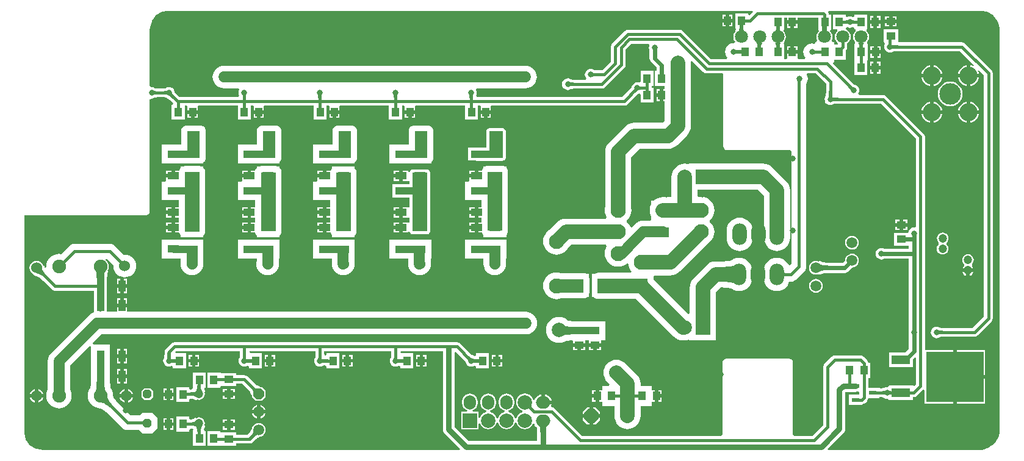
<source format=gbl>
G04*
G04 #@! TF.GenerationSoftware,Altium Limited,Altium Designer,21.2.1 (34)*
G04*
G04 Layer_Physical_Order=2*
G04 Layer_Color=1930808*
%FSLAX44Y44*%
%MOMM*%
G71*
G04*
G04 #@! TF.SameCoordinates,E8695898-D4BD-45AE-B535-2771739DBF24*
G04*
G04*
G04 #@! TF.FilePolarity,Positive*
G04*
G01*
G75*
%ADD17C,0.8000*%
%ADD50R,1.0000X1.2500*%
%ADD52R,1.2500X1.0000*%
%ADD54R,1.0000X0.6000*%
%ADD58R,1.6000X1.0000*%
%ADD61R,1.0000X1.6000*%
%ADD62C,0.4000*%
%ADD63C,2.0000*%
%ADD64C,0.6000*%
%ADD65C,1.0000*%
%ADD66C,1.5000*%
%ADD77R,2.0000X2.0000*%
%ADD78O,2.0000X1.7000*%
%ADD79O,1.7000X2.0000*%
%ADD80C,2.0000*%
%ADD81C,1.2000*%
%ADD82C,1.9000*%
%ADD83C,1.5240*%
%ADD84P,1.2989X8X22.5*%
%ADD85P,1.6236X8X292.5*%
%ADD86C,1.5000*%
%ADD87C,2.1000*%
%ADD88C,5.0000*%
%ADD89C,1.8000*%
%ADD90P,2.1648X8X22.5*%
%ADD91O,2.0000X3.0000*%
%ADD92C,2.5000*%
%ADD93C,3.0000*%
%ADD94C,0.8000*%
%ADD95R,2.5000X1.2000*%
%ADD96R,8.0000X7.0000*%
%ADD97R,2.0250X8.2750*%
%ADD98R,2.0250X8.2500*%
%ADD99R,2.0250X8.1750*%
%ADD100R,2.0250X8.2000*%
%ADD101R,1.8000X3.7000*%
%ADD102R,1.9000X3.7000*%
%ADD103R,1.3000X1.4750*%
%ADD104R,4.0750X1.9000*%
%ADD105R,6.9250X2.0000*%
G36*
X207250Y614902D02*
X1014637Y614902D01*
X1015403Y613054D01*
X1011000Y608652D01*
X1009000Y609480D01*
Y611500D01*
X991000D01*
Y591000D01*
X991000D01*
X991165Y590745D01*
X991752Y589000D01*
X991677Y588888D01*
X991285Y588395D01*
X991238Y588231D01*
X991143Y588088D01*
X991020Y587471D01*
X990847Y586865D01*
X990866Y586695D01*
X990833Y586527D01*
X990955Y585910D01*
X990970Y585781D01*
X989831Y584297D01*
X988723Y581622D01*
X988345Y578750D01*
X988723Y575878D01*
X989831Y573203D01*
X990848Y571878D01*
X989766Y570003D01*
X989000Y570104D01*
X985867Y569691D01*
X982948Y568482D01*
X980442Y566558D01*
X978518Y564052D01*
X977309Y561133D01*
X976896Y558000D01*
X977309Y554867D01*
X978518Y551948D01*
X980115Y549868D01*
X979472Y547868D01*
X957284D01*
X918326Y586826D01*
X916341Y588152D01*
X914000Y588618D01*
X842250D01*
X839909Y588152D01*
X837924Y586826D01*
X820424Y569326D01*
X819098Y567341D01*
X818632Y565000D01*
Y544034D01*
X806966Y532368D01*
X799592D01*
X797088Y532450D01*
X795622Y532586D01*
X795321Y532635D01*
X794535Y533238D01*
X792589Y534044D01*
X790500Y534319D01*
X788412Y534044D01*
X786466Y533238D01*
X784794Y531956D01*
X783512Y530285D01*
X782706Y528338D01*
X782431Y526250D01*
X782706Y524162D01*
X783512Y522215D01*
X784355Y521118D01*
X783634Y519280D01*
X783484Y519118D01*
X767842D01*
X765338Y519200D01*
X763872Y519336D01*
X763571Y519384D01*
X762785Y519988D01*
X760838Y520794D01*
X758750Y521069D01*
X756662Y520794D01*
X754715Y519988D01*
X753044Y518706D01*
X751762Y517034D01*
X750956Y515088D01*
X750681Y513000D01*
X750956Y510912D01*
X751762Y508965D01*
X753044Y507294D01*
X754715Y506012D01*
X756662Y505206D01*
X758750Y504931D01*
X760838Y505206D01*
X762785Y506012D01*
X763515Y506573D01*
X768362Y506882D01*
X806000D01*
X808341Y507348D01*
X810326Y508674D01*
X837076Y535424D01*
X838402Y537409D01*
X838867Y539750D01*
Y561216D01*
X846784Y569132D01*
X871247D01*
X872096Y567132D01*
X871456Y565588D01*
X871181Y563500D01*
X871456Y561412D01*
X872190Y559640D01*
Y548750D01*
X872430Y546923D01*
X873136Y545220D01*
X874258Y543758D01*
X881690Y536325D01*
Y531250D01*
X879750D01*
Y510750D01*
X893163D01*
Y506000D01*
X891250D01*
Y497750D01*
Y489500D01*
X893163D01*
Y462242D01*
X890258Y459337D01*
X850500D01*
X846971Y458990D01*
X843578Y457960D01*
X840451Y456289D01*
X837710Y454039D01*
X815711Y432040D01*
X813461Y429299D01*
X811790Y426172D01*
X810760Y422779D01*
X810587Y421014D01*
X810413Y419250D01*
Y342105D01*
X810268Y341627D01*
X809911Y338000D01*
X810268Y334373D01*
X811326Y330886D01*
X812822Y328087D01*
X812062Y326087D01*
X756250D01*
X754486Y325913D01*
X752721Y325740D01*
X749328Y324710D01*
X746201Y323039D01*
X743461Y320789D01*
X733113Y310443D01*
X732672Y310207D01*
X729855Y307895D01*
X727543Y305078D01*
X725826Y301864D01*
X724768Y298377D01*
X724410Y294750D01*
X724768Y291123D01*
X725826Y287636D01*
X727543Y284422D01*
X729855Y281605D01*
X732672Y279293D01*
X735886Y277575D01*
X739373Y276518D01*
X743000Y276161D01*
X746627Y276518D01*
X750114Y277575D01*
X753328Y279293D01*
X756145Y281605D01*
X758457Y284422D01*
X758692Y284863D01*
X763742Y289913D01*
X812062D01*
X812822Y287913D01*
X811326Y285114D01*
X810268Y281627D01*
X809911Y278000D01*
X810268Y274373D01*
X811326Y270886D01*
X813044Y267672D01*
X815355Y264855D01*
X818172Y262543D01*
X821386Y260826D01*
X824873Y259768D01*
X828500Y259410D01*
X832127Y259768D01*
X835614Y260826D01*
X838828Y262543D01*
X840553Y263959D01*
X841598Y263729D01*
X842664Y262922D01*
X842768Y261873D01*
X843826Y258386D01*
X845543Y255172D01*
X847270Y253069D01*
X846342Y251069D01*
X800250D01*
X798162Y250794D01*
X796216Y249988D01*
X795580Y249500D01*
X792250D01*
Y243525D01*
X792181Y243000D01*
Y223000D01*
X792250Y222475D01*
Y217500D01*
X794387D01*
X794544Y217294D01*
X796216Y216012D01*
X798162Y215206D01*
X800250Y214931D01*
X853490D01*
X905961Y162460D01*
X908701Y160211D01*
X911829Y158540D01*
X915221Y157510D01*
X918750Y157163D01*
X920030D01*
X920330Y157192D01*
X920630Y157163D01*
X924159Y157510D01*
X926030Y158078D01*
X928030Y157250D01*
Y157250D01*
X945146D01*
X946030Y157163D01*
X946914Y157250D01*
X964030D01*
Y174366D01*
X964117Y175250D01*
Y223538D01*
X971229Y230650D01*
X971316Y230649D01*
X977350Y230398D01*
X982052Y229918D01*
X983704Y229637D01*
X985005Y229334D01*
X985820Y229073D01*
X986077Y228958D01*
X986450Y228712D01*
X986451Y228711D01*
X986452Y228710D01*
X986497Y228681D01*
X986609Y228627D01*
X986733Y228561D01*
X986900Y228433D01*
X987223Y228299D01*
X989578Y227040D01*
X992971Y226010D01*
X996500Y225663D01*
X1000029Y226010D01*
X1003422Y227040D01*
X1006549Y228711D01*
X1009289Y230961D01*
X1011539Y233701D01*
X1013210Y236828D01*
X1014240Y240221D01*
X1014587Y243750D01*
Y253750D01*
X1014240Y257279D01*
X1013210Y260672D01*
X1011539Y263799D01*
X1009289Y266539D01*
X1006549Y268789D01*
X1003422Y270460D01*
X1000029Y271490D01*
X996500Y271837D01*
X992971Y271490D01*
X989578Y270460D01*
X987223Y269201D01*
X986900Y269067D01*
X986733Y268939D01*
X986609Y268873D01*
X986497Y268819D01*
X986452Y268790D01*
X986451Y268789D01*
X986450Y268788D01*
X986077Y268542D01*
X985820Y268427D01*
X985005Y268166D01*
X983704Y267863D01*
X982185Y267605D01*
X971207Y266850D01*
X969812Y266837D01*
X963750D01*
X960221Y266490D01*
X956828Y265460D01*
X953701Y263789D01*
X950960Y261539D01*
X933241Y243820D01*
X930991Y241079D01*
X929320Y237952D01*
X928290Y234559D01*
X928117Y232794D01*
X927943Y231030D01*
Y194465D01*
X925943Y193636D01*
X877569Y242010D01*
Y243000D01*
X877294Y245088D01*
X877160Y245413D01*
X878496Y247413D01*
X901000D01*
X902764Y247587D01*
X904529Y247760D01*
X907922Y248790D01*
X911049Y250461D01*
X913790Y252710D01*
X953387Y292308D01*
X953828Y292543D01*
X956645Y294855D01*
X958957Y297672D01*
X960675Y300886D01*
X961732Y304373D01*
X962090Y308000D01*
X961732Y311627D01*
X960675Y315114D01*
X958957Y318328D01*
X956645Y321145D01*
X955603Y322000D01*
Y324000D01*
X956645Y324855D01*
X958957Y327672D01*
X960675Y330886D01*
X961732Y334373D01*
X962090Y338000D01*
X961732Y341627D01*
X960675Y345114D01*
X958957Y348328D01*
X956645Y351145D01*
X953828Y353457D01*
X950614Y355174D01*
X947127Y356232D01*
X943500Y356590D01*
X940717Y356315D01*
X938995Y357516D01*
X938717Y357921D01*
Y366500D01*
X945146D01*
X946030Y366413D01*
X1022758D01*
X1030883Y358288D01*
Y309500D01*
Y299500D01*
X1031230Y295971D01*
X1032260Y292578D01*
X1033931Y289451D01*
X1036180Y286710D01*
X1038921Y284461D01*
X1042048Y282790D01*
X1045441Y281760D01*
X1048970Y281413D01*
X1052499Y281760D01*
X1055892Y282790D01*
X1059019Y284461D01*
X1061759Y286710D01*
X1064009Y289451D01*
X1065680Y292578D01*
X1066710Y295971D01*
X1067057Y299500D01*
Y309500D01*
Y365780D01*
X1066710Y369309D01*
X1065680Y372702D01*
X1064009Y375829D01*
X1061759Y378569D01*
X1043039Y397290D01*
X1040299Y399539D01*
X1037172Y401210D01*
X1033779Y402240D01*
X1032014Y402413D01*
X1030250Y402587D01*
X946030D01*
X945146Y402500D01*
X928030D01*
Y402500D01*
X926030Y401672D01*
X924159Y402240D01*
X920630Y402587D01*
X917101Y402240D01*
X913708Y401210D01*
X910581Y399539D01*
X907840Y397290D01*
X905591Y394549D01*
X903920Y391422D01*
X902890Y388029D01*
X902543Y384500D01*
Y356087D01*
X890500D01*
X886971Y355740D01*
X883578Y354710D01*
X880451Y353039D01*
X877967Y351000D01*
X874500D01*
Y346251D01*
X873790Y344922D01*
X872760Y341529D01*
X872413Y338000D01*
X872760Y334471D01*
X873790Y331078D01*
X874500Y329749D01*
Y325000D01*
X873715Y323325D01*
X863250D01*
X860211Y323026D01*
X857290Y322139D01*
X854597Y320700D01*
X852237Y318763D01*
X847728Y314254D01*
X845788Y314740D01*
X845675Y315114D01*
X843957Y318328D01*
X841645Y321145D01*
X840603Y322000D01*
Y324000D01*
X841645Y324855D01*
X843957Y327672D01*
X845675Y330886D01*
X846732Y334373D01*
X847090Y338000D01*
X846732Y341627D01*
X846587Y342105D01*
Y411758D01*
X857992Y423163D01*
X897750D01*
X899514Y423337D01*
X901279Y423510D01*
X904672Y424540D01*
X907799Y426211D01*
X910539Y428461D01*
X924040Y441960D01*
X926289Y444701D01*
X927960Y447828D01*
X928990Y451221D01*
X929337Y454750D01*
Y542750D01*
X929153Y544617D01*
X931074Y545525D01*
X946674Y529924D01*
X948659Y528598D01*
X951000Y528132D01*
X973150D01*
X973943Y527166D01*
X974402Y526133D01*
Y426500D01*
X974790Y424549D01*
X975895Y422895D01*
X977549Y421790D01*
X979500Y421402D01*
X1067000D01*
X1067414Y421484D01*
X1069414Y419877D01*
Y264178D01*
X1066931Y261695D01*
X1064468Y262061D01*
X1063539Y263799D01*
X1061290Y266539D01*
X1058549Y268789D01*
X1055422Y270460D01*
X1052029Y271490D01*
X1048500Y271837D01*
X1044971Y271490D01*
X1041578Y270460D01*
X1038451Y268789D01*
X1035711Y266539D01*
X1033461Y263799D01*
X1031790Y260672D01*
X1030760Y257279D01*
X1030413Y253750D01*
Y243750D01*
X1030760Y240221D01*
X1031790Y236828D01*
X1033461Y233701D01*
X1035711Y230961D01*
X1038451Y228711D01*
X1041578Y227040D01*
X1044971Y226010D01*
X1048500Y225663D01*
X1052029Y226010D01*
X1055422Y227040D01*
X1058549Y228711D01*
X1061290Y230961D01*
X1063539Y233701D01*
X1065210Y236828D01*
X1065767Y238664D01*
X1068250D01*
X1070861Y239007D01*
X1073293Y240015D01*
X1075382Y241618D01*
X1086632Y252868D01*
X1088235Y254957D01*
X1089243Y257390D01*
X1089586Y260000D01*
Y510272D01*
X1089601Y511516D01*
X1089689Y513439D01*
X1089724Y513787D01*
X1090232Y514448D01*
X1091441Y517367D01*
X1091853Y520500D01*
X1091441Y523633D01*
X1090406Y526133D01*
X1091264Y528133D01*
X1102466D01*
X1116882Y513716D01*
Y501092D01*
X1116800Y498588D01*
X1116664Y497122D01*
X1116615Y496821D01*
X1116012Y496035D01*
X1115206Y494088D01*
X1114931Y492000D01*
X1115206Y489912D01*
X1116012Y487966D01*
X1117294Y486294D01*
X1118966Y485012D01*
X1120912Y484206D01*
X1123000Y483931D01*
X1125088Y484206D01*
X1127035Y485012D01*
X1127765Y485573D01*
X1132612Y485882D01*
X1193716D01*
X1241882Y437716D01*
Y315269D01*
X1239882Y313753D01*
X1239000Y313869D01*
X1236912Y313594D01*
X1234966Y312788D01*
X1233294Y311506D01*
X1232012Y309834D01*
X1231206Y307888D01*
X1231056Y306750D01*
X1211250D01*
Y288750D01*
X1231750D01*
X1231940Y286828D01*
Y284560D01*
X1197610D01*
X1195838Y285294D01*
X1193750Y285569D01*
X1191662Y285294D01*
X1189715Y284488D01*
X1188044Y283206D01*
X1186762Y281535D01*
X1185956Y279588D01*
X1185681Y277500D01*
X1185956Y275412D01*
X1186762Y273465D01*
X1188044Y271794D01*
X1189715Y270512D01*
X1191662Y269706D01*
X1193750Y269431D01*
X1195838Y269706D01*
X1197610Y270440D01*
X1231940D01*
Y171506D01*
X1231456Y170338D01*
X1231181Y168250D01*
X1231456Y166162D01*
X1231940Y164994D01*
Y145424D01*
X1226915Y140400D01*
X1204250D01*
Y120400D01*
X1237250D01*
Y130765D01*
X1240035Y133550D01*
X1241882Y132784D01*
Y96534D01*
X1239098Y93749D01*
X1237250Y94514D01*
Y94600D01*
X1204250D01*
Y93940D01*
X1202250Y92253D01*
X1201750Y92319D01*
X1199662Y92044D01*
X1197716Y91238D01*
X1197309Y90926D01*
X1192924Y90653D01*
X1190924Y91250D01*
Y91250D01*
X1175525D01*
Y105305D01*
X1178407D01*
Y125805D01*
X1175483D01*
X1175059Y127934D01*
X1173733Y129918D01*
X1168926Y134726D01*
X1166941Y136052D01*
X1164600Y136518D01*
X1129150D01*
X1126809Y136052D01*
X1124824Y134726D01*
X1114924Y124826D01*
X1113598Y122841D01*
X1113132Y120500D01*
Y39534D01*
X1098216Y24618D01*
X1072713D01*
X1071072Y26618D01*
X1071098Y26750D01*
Y126750D01*
X1070710Y128701D01*
X1069605Y130355D01*
X1067951Y131460D01*
X1066000Y131848D01*
X978500D01*
X976549Y131460D01*
X974895Y130355D01*
X973790Y128701D01*
X973402Y126750D01*
Y26750D01*
X973428Y26618D01*
X971787Y24618D01*
X779034D01*
X740826Y62826D01*
X738841Y64152D01*
X736500Y64618D01*
X736248D01*
X735334Y66617D01*
X736180Y68659D01*
X736211Y68900D01*
X724450D01*
Y71400D01*
X721950D01*
Y81859D01*
X720209Y81630D01*
X717655Y80572D01*
X715461Y78889D01*
X713778Y76695D01*
X712788Y74305D01*
X712615Y74236D01*
X710741Y74533D01*
X709532Y77452D01*
X707608Y79959D01*
X705102Y81882D01*
X702183Y83091D01*
X699050Y83504D01*
X695917Y83091D01*
X692998Y81882D01*
X690491Y79959D01*
X688568Y77452D01*
X687359Y74533D01*
X686946Y71400D01*
X687359Y68267D01*
X688568Y65348D01*
X690491Y62842D01*
X692998Y60918D01*
X695917Y59709D01*
X695919Y59709D01*
Y57691D01*
X695917Y57691D01*
X692998Y56482D01*
X690491Y54559D01*
X688568Y52052D01*
X687359Y49133D01*
X687359Y49131D01*
X685341D01*
X685341Y49133D01*
X684132Y52052D01*
X682208Y54559D01*
X679702Y56482D01*
X676783Y57691D01*
X676486Y59565D01*
X676555Y59738D01*
X678945Y60728D01*
X681139Y62411D01*
X682822Y64605D01*
X683880Y67159D01*
X684241Y69900D01*
Y72900D01*
X683880Y75641D01*
X682822Y78195D01*
X681139Y80389D01*
X678945Y82072D01*
X676391Y83130D01*
X673650Y83491D01*
X670909Y83130D01*
X668355Y82072D01*
X666161Y80389D01*
X664478Y78195D01*
X663420Y75641D01*
X663059Y72900D01*
Y69900D01*
X663420Y67159D01*
X664478Y64605D01*
X666161Y62411D01*
X668355Y60728D01*
X670745Y59738D01*
X670814Y59565D01*
X670517Y57691D01*
X667598Y56482D01*
X665091Y54559D01*
X663168Y52052D01*
X661959Y49133D01*
X661959Y49131D01*
X659941D01*
X659941Y49133D01*
X658732Y52052D01*
X656808Y54559D01*
X654302Y56482D01*
X651383Y57691D01*
X651086Y59565D01*
X651155Y59738D01*
X653545Y60728D01*
X655739Y62411D01*
X657422Y64605D01*
X658480Y67159D01*
X658841Y69900D01*
Y72900D01*
X658480Y75641D01*
X657422Y78195D01*
X655739Y80389D01*
X653545Y82072D01*
X650991Y83130D01*
X648250Y83491D01*
X645509Y83130D01*
X642955Y82072D01*
X640761Y80389D01*
X639078Y78195D01*
X638020Y75641D01*
X637659Y72900D01*
Y69900D01*
X638020Y67159D01*
X639078Y64605D01*
X640761Y62411D01*
X642955Y60728D01*
X645345Y59738D01*
X645414Y59565D01*
X645117Y57691D01*
X642198Y56482D01*
X639692Y54559D01*
X637768Y52052D01*
X636850Y49836D01*
X634850Y50233D01*
Y58000D01*
X626785D01*
X626387Y60000D01*
X628145Y60728D01*
X630339Y62411D01*
X632022Y64605D01*
X633080Y67159D01*
X633441Y69900D01*
Y72900D01*
X633080Y75641D01*
X632022Y78195D01*
X630339Y80389D01*
X628145Y82072D01*
X625591Y83130D01*
X622850Y83491D01*
X620109Y83130D01*
X617555Y82072D01*
X615361Y80389D01*
X613678Y78195D01*
X612620Y75641D01*
X612259Y72900D01*
Y69900D01*
X612620Y67159D01*
X613678Y64605D01*
X615361Y62411D01*
X617555Y60728D01*
X619313Y60000D01*
X618915Y58000D01*
X610850D01*
Y34000D01*
X634850D01*
Y41767D01*
X636850Y42165D01*
X637768Y39948D01*
X639692Y37441D01*
X642198Y35518D01*
X645117Y34309D01*
X648250Y33897D01*
X651383Y34309D01*
X654302Y35518D01*
X656808Y37441D01*
X658732Y39948D01*
X659941Y42867D01*
X659941Y42869D01*
X661959D01*
X661959Y42867D01*
X663168Y39948D01*
X665091Y37441D01*
X667598Y35518D01*
X670517Y34309D01*
X673650Y33897D01*
X676783Y34309D01*
X679702Y35518D01*
X682208Y37441D01*
X684132Y39948D01*
X685341Y42867D01*
X685341Y42869D01*
X687359D01*
X687359Y42867D01*
X688568Y39948D01*
X690491Y37441D01*
X692998Y35518D01*
X695917Y34309D01*
X699050Y33897D01*
X702183Y34309D01*
X705102Y35518D01*
X707608Y37441D01*
X709532Y39948D01*
X710062Y41227D01*
X710182Y41307D01*
X712313Y41436D01*
X712448Y41197D01*
X712435Y41160D01*
X712451Y40872D01*
X712395Y40589D01*
X712496Y40085D01*
X712524Y39571D01*
X712649Y39311D01*
X712706Y39028D01*
X712991Y38601D01*
X713214Y38137D01*
X713429Y37945D01*
X713590Y37705D01*
X714017Y37420D01*
X714401Y37077D01*
X714673Y36981D01*
X714913Y36821D01*
X715417Y36721D01*
X715540Y36678D01*
X715633Y36474D01*
X715854Y35747D01*
X716051Y34764D01*
X716336Y31708D01*
X716372Y29828D01*
X716381Y29789D01*
Y17319D01*
X621402D01*
X601569Y37152D01*
Y140451D01*
X603569Y141279D01*
X613745Y131103D01*
X615458Y129274D01*
X616398Y128141D01*
X616576Y127894D01*
X616706Y126912D01*
X617512Y124965D01*
X618794Y123294D01*
X620466Y122012D01*
X622412Y121206D01*
X624500Y120931D01*
X626588Y121206D01*
X628535Y122012D01*
X629265Y122573D01*
X630041Y122622D01*
X631500Y121254D01*
Y118750D01*
X649500D01*
Y139250D01*
X631500D01*
Y137072D01*
X629648Y135361D01*
X629500Y135356D01*
X629321Y135385D01*
X628535Y135988D01*
X626588Y136794D01*
X625675Y136914D01*
X622029Y140123D01*
X609326Y152826D01*
X607341Y154152D01*
X605000Y154618D01*
X212750D01*
X210409Y154152D01*
X208424Y152826D01*
X200924Y145326D01*
X199598Y143341D01*
X199132Y141000D01*
Y138091D01*
X199050Y135588D01*
X198914Y134122D01*
X198866Y133821D01*
X198262Y133034D01*
X197456Y131088D01*
X197181Y129000D01*
X197456Y126912D01*
X198262Y124965D01*
X199544Y123294D01*
X201215Y122012D01*
X203162Y121206D01*
X205250Y120931D01*
X207338Y121206D01*
X208750Y121791D01*
X210242Y121100D01*
X210750Y120616D01*
Y118750D01*
X228750D01*
Y139250D01*
X214967D01*
X214208Y141019D01*
X215328Y142382D01*
X303883D01*
Y138091D01*
X303800Y135588D01*
X303664Y134122D01*
X303615Y133821D01*
X303012Y133034D01*
X302206Y131088D01*
X301931Y129000D01*
X302206Y126912D01*
X303012Y124965D01*
X304294Y123294D01*
X305965Y122012D01*
X307912Y121206D01*
X310000Y120931D01*
X312088Y121206D01*
X314035Y122012D01*
X314500Y122369D01*
X315550Y122113D01*
X316500Y121222D01*
Y118750D01*
X334500D01*
Y139250D01*
X317843D01*
X316789Y141250D01*
X317474Y142382D01*
X408633D01*
Y138091D01*
X408550Y135588D01*
X408414Y134122D01*
X408366Y133821D01*
X407762Y133034D01*
X406956Y131088D01*
X406681Y129000D01*
X406956Y126912D01*
X407762Y124965D01*
X409044Y123294D01*
X410715Y122012D01*
X412662Y121206D01*
X414750Y120931D01*
X416838Y121206D01*
X418784Y122012D01*
X419515Y122573D01*
X422541Y122766D01*
X424000Y121398D01*
Y118750D01*
X442000D01*
Y139250D01*
X424000D01*
Y137784D01*
X422256Y136457D01*
X420973Y136961D01*
X420868Y138612D01*
Y142382D01*
X513632D01*
Y138091D01*
X513550Y135588D01*
X513414Y134122D01*
X513365Y133821D01*
X512762Y133034D01*
X511956Y131088D01*
X511681Y129000D01*
X511956Y126912D01*
X512762Y124965D01*
X514044Y123294D01*
X515715Y122012D01*
X517662Y121206D01*
X519750Y120931D01*
X521838Y121206D01*
X523784Y122012D01*
X524515Y122573D01*
X525041Y122606D01*
X526500Y121238D01*
Y118750D01*
X544500D01*
Y139250D01*
X527604D01*
X526525Y141250D01*
X527096Y142382D01*
X585431D01*
Y33810D01*
X585706Y31721D01*
X586512Y29775D01*
X587794Y28104D01*
X608953Y6946D01*
X608187Y5098D01*
X33750Y5098D01*
X33535Y5055D01*
X29258Y5392D01*
X24878Y6444D01*
X20715Y8168D01*
X16874Y10522D01*
X13448Y13448D01*
X10522Y16874D01*
X8168Y20715D01*
X6444Y24878D01*
X5392Y29258D01*
X5055Y33536D01*
X5098Y33750D01*
X5098Y331152D01*
X173500D01*
X175451Y331540D01*
X177105Y332645D01*
X178210Y334299D01*
X178598Y336250D01*
Y491542D01*
X180598Y493050D01*
X181500Y492931D01*
X183588Y493206D01*
X185534Y494012D01*
X186265Y494573D01*
X191112Y494882D01*
X196158D01*
X198662Y494800D01*
X200128Y494664D01*
X200429Y494615D01*
X201215Y494012D01*
X203162Y493206D01*
X204075Y493086D01*
X207721Y489878D01*
X211098Y486500D01*
X210270Y484500D01*
X209250D01*
Y464000D01*
X227250D01*
Y483133D01*
X229512D01*
X231250Y482500D01*
X231250Y481132D01*
Y476750D01*
X238250D01*
X245250D01*
Y481132D01*
X245250Y482500D01*
X246988Y483133D01*
X300750D01*
Y464000D01*
X318750D01*
Y483133D01*
X321012D01*
X322750Y482500D01*
X322750Y481132D01*
Y476750D01*
X329750D01*
X336750D01*
Y481132D01*
X336750Y482500D01*
X338488Y483133D01*
X406000D01*
Y464000D01*
X424000D01*
Y483133D01*
X426262D01*
X428000Y482500D01*
X428000Y481132D01*
Y476750D01*
X435000D01*
Y474250D01*
D01*
Y476750D01*
X442000D01*
Y481132D01*
X442000Y482500D01*
X443738Y483133D01*
X510500D01*
Y464000D01*
X528500D01*
Y483133D01*
X530762D01*
X532500Y482500D01*
X532500Y481132D01*
Y476750D01*
X539500D01*
X546500D01*
Y481132D01*
X546500Y482500D01*
X548238Y483133D01*
X616000D01*
Y464000D01*
X634000D01*
Y483133D01*
X636262D01*
X638000Y482500D01*
X638000Y481132D01*
Y476750D01*
X645000D01*
X652000D01*
Y481132D01*
X652000Y482500D01*
X653738Y483133D01*
X837000D01*
X839341Y483598D01*
X841326Y484924D01*
X853147Y496745D01*
X854976Y498457D01*
X856109Y499398D01*
X856356Y499576D01*
X857338Y499706D01*
X857750Y499876D01*
X859750Y498540D01*
Y487500D01*
X877750D01*
Y508000D01*
X874867D01*
Y510750D01*
X877750D01*
Y531250D01*
X859750D01*
Y516460D01*
X857750Y515123D01*
X857338Y515294D01*
X855250Y515569D01*
X853162Y515294D01*
X851216Y514488D01*
X849544Y513206D01*
X848262Y511535D01*
X847456Y509588D01*
X847336Y508675D01*
X844128Y505029D01*
X834466Y495368D01*
X632783D01*
X632196Y496092D01*
X631655Y497368D01*
X632294Y498912D01*
X632569Y501000D01*
X632294Y503088D01*
X631488Y505034D01*
X631284Y505300D01*
X632271Y507300D01*
X700125D01*
X703164Y507599D01*
X706085Y508486D01*
X708778Y509925D01*
X711138Y511862D01*
X713075Y514222D01*
X714514Y516915D01*
X715401Y519837D01*
X715700Y522875D01*
X715401Y525914D01*
X714514Y528835D01*
X713075Y531528D01*
X711138Y533888D01*
X708778Y535825D01*
X706085Y537265D01*
X703164Y538151D01*
X700125Y538450D01*
X281500D01*
X278461Y538151D01*
X275540Y537265D01*
X272847Y535825D01*
X270487Y533888D01*
X268550Y531528D01*
X267111Y528835D01*
X266224Y525914D01*
X265925Y522875D01*
X266224Y519837D01*
X267111Y516915D01*
X268550Y514222D01*
X270487Y511862D01*
X272847Y509925D01*
X275540Y508486D01*
X278461Y507599D01*
X281500Y507300D01*
X302229D01*
X303216Y505300D01*
X303012Y505034D01*
X302206Y503088D01*
X301931Y501000D01*
X302206Y498912D01*
X302845Y497368D01*
X302304Y496092D01*
X301717Y495368D01*
X219534D01*
X216005Y498897D01*
X214292Y500726D01*
X213352Y501859D01*
X213173Y502106D01*
X213044Y503088D01*
X212238Y505034D01*
X210956Y506706D01*
X209284Y507988D01*
X207338Y508794D01*
X205250Y509069D01*
X203162Y508794D01*
X201215Y507988D01*
X200485Y507427D01*
X195638Y507118D01*
X190592D01*
X188088Y507200D01*
X186622Y507336D01*
X186321Y507384D01*
X185534Y507988D01*
X183588Y508794D01*
X181500Y509069D01*
X180598Y508950D01*
X178598Y510458D01*
Y584250D01*
X178598Y584253D01*
X178598Y586250D01*
X178693Y588211D01*
X178892Y590742D01*
X179944Y595122D01*
X181668Y599285D01*
X184022Y603126D01*
X186948Y606552D01*
X190374Y609478D01*
X194215Y611832D01*
X198378Y613556D01*
X202759Y614608D01*
X207035Y614945D01*
X207250Y614902D01*
D02*
G37*
G36*
X1106250Y589000D02*
X1106250D01*
X1106924Y587000D01*
X1106909Y586926D01*
X1106951Y586714D01*
X1106943Y586624D01*
X1106905Y586595D01*
X1105142Y584297D01*
X1104033Y581621D01*
X1103655Y578750D01*
X1104033Y575878D01*
X1104915Y573750D01*
X1103981Y571750D01*
X1102250D01*
Y570293D01*
X1100250Y569241D01*
X1097500Y569604D01*
X1094367Y569191D01*
X1091448Y567982D01*
X1088941Y566059D01*
X1087018Y563552D01*
X1085809Y560633D01*
X1085396Y557500D01*
X1085809Y554367D01*
X1087018Y551448D01*
X1088231Y549868D01*
X1087245Y547868D01*
X1078677D01*
X1077250Y549868D01*
Y555000D01*
X1070250D01*
X1063250D01*
Y549868D01*
X1063250Y549250D01*
X1061823Y547868D01*
X1059250D01*
Y567750D01*
X1059250D01*
X1058398Y569750D01*
X1058422Y569872D01*
X1058595Y570445D01*
X1058575Y570647D01*
X1058615Y570846D01*
X1058497Y571433D01*
X1058496Y571441D01*
X1059848Y573203D01*
X1060957Y575878D01*
X1061335Y578750D01*
X1060957Y581622D01*
X1059848Y584297D01*
X1058266Y586360D01*
X1058352Y586791D01*
X1058307Y587018D01*
X1058327Y587248D01*
X1059250Y589000D01*
X1059250D01*
Y604883D01*
X1063250D01*
Y601750D01*
X1070250D01*
X1077250D01*
Y604883D01*
X1106250D01*
Y589000D01*
D02*
G37*
G36*
X1153334Y601898D02*
X1153702Y601762D01*
X1154211Y601642D01*
X1154860Y601538D01*
X1156582Y601378D01*
X1160220Y601258D01*
X1161714Y601250D01*
X1161714Y597250D01*
X1160220Y597242D01*
X1154211Y596858D01*
X1153702Y596738D01*
X1153334Y596602D01*
X1153107Y596450D01*
X1150250Y599250D01*
X1153107Y602050D01*
X1153334Y601898D01*
D02*
G37*
G36*
X1150250Y599250D02*
X1147393Y596450D01*
X1147166Y596602D01*
X1146798Y596738D01*
X1146289Y596858D01*
X1140280Y597242D01*
X1138786Y597250D01*
X1138786Y601250D01*
X1140280Y601258D01*
X1143918Y601378D01*
X1145640Y601538D01*
X1146290Y601642D01*
X1146798Y601762D01*
X1147166Y601898D01*
X1147393Y602050D01*
X1150250Y599250D01*
D02*
G37*
G36*
X1117758Y596364D02*
X1118368Y587104D01*
X1118512Y586926D01*
X1110987D01*
X1111132Y587104D01*
X1111262Y587501D01*
X1111376Y588115D01*
X1111476Y588946D01*
X1111628Y591261D01*
X1111750Y598500D01*
X1117750D01*
X1117758Y596364D01*
D02*
G37*
G36*
X1052270Y597066D02*
X1052756Y590416D01*
X1052979Y589275D01*
X1053242Y588343D01*
X1053545Y587618D01*
X1053889Y587103D01*
X1054274Y586795D01*
X1046224Y586804D01*
X1046609Y587111D01*
X1046953Y587625D01*
X1047257Y588349D01*
X1047521Y589281D01*
X1047744Y590421D01*
X1047926Y591770D01*
X1048169Y595093D01*
X1048250Y599250D01*
X1052250D01*
X1052270Y597066D01*
D02*
G37*
G36*
X1001465Y598264D02*
X1001845Y592333D01*
X1002072Y590804D01*
X1002350Y589500D01*
X1002679Y588421D01*
X1003059Y587565D01*
X1003488Y586934D01*
X1003969Y586527D01*
X994911D01*
X995391Y586934D01*
X995822Y587565D01*
X996201Y588421D01*
X996530Y589500D01*
X996808Y590804D01*
X997035Y592333D01*
X997339Y596063D01*
X997440Y600690D01*
X1001440D01*
X1001465Y598264D01*
D02*
G37*
G36*
X1333742Y614608D02*
X1338122Y613556D01*
X1342285Y611832D01*
X1346126Y609478D01*
X1349552Y606552D01*
X1352478Y603126D01*
X1354832Y599285D01*
X1356556Y595122D01*
X1357608Y590742D01*
X1357945Y586464D01*
X1357902Y586250D01*
X1357902Y33750D01*
X1357945Y33536D01*
X1357608Y29258D01*
X1356556Y24878D01*
X1354832Y20715D01*
X1352478Y16874D01*
X1349552Y13448D01*
X1346126Y10522D01*
X1342285Y8168D01*
X1338122Y6444D01*
X1333742Y5392D01*
X1331211Y5193D01*
X1329250Y5098D01*
X1327250Y5098D01*
X1120122Y5098D01*
X1119357Y6946D01*
X1141206Y28794D01*
X1142488Y30466D01*
X1143294Y32412D01*
X1143569Y34500D01*
Y85158D01*
X1144092Y85681D01*
X1157924D01*
X1160012Y85956D01*
X1161290Y86485D01*
X1163290Y85497D01*
Y81750D01*
X1148924D01*
Y67750D01*
X1166924D01*
Y68667D01*
X1169091Y69098D01*
X1171076Y70424D01*
X1173733Y73082D01*
X1175059Y75066D01*
X1175494Y77250D01*
X1190924D01*
Y78383D01*
X1193006D01*
X1194981Y78292D01*
X1196437Y78145D01*
X1196602Y78117D01*
X1197716Y77262D01*
X1199662Y76456D01*
X1201750Y76181D01*
X1202250Y76247D01*
X1204250Y74600D01*
Y74600D01*
X1237250D01*
Y78482D01*
X1238600D01*
X1240941Y78948D01*
X1242926Y80274D01*
X1251750Y89098D01*
X1253750Y88284D01*
Y69750D01*
X1293250D01*
Y106750D01*
Y143750D01*
X1254118D01*
Y440250D01*
X1253652Y442591D01*
X1252326Y444576D01*
X1200576Y496326D01*
X1198591Y497652D01*
X1196250Y498117D01*
X1162707D01*
X1161721Y500117D01*
X1161988Y500466D01*
X1162794Y502412D01*
X1163069Y504500D01*
X1162794Y506588D01*
X1161988Y508535D01*
X1160706Y510206D01*
X1159035Y511488D01*
X1157088Y512294D01*
X1156175Y512414D01*
X1152529Y515623D01*
X1126749Y541402D01*
X1127514Y543250D01*
X1128250D01*
Y547250D01*
X1144250D01*
Y560099D01*
X1144476Y560324D01*
X1145802Y562309D01*
X1146267Y564650D01*
Y569579D01*
X1147995Y570905D01*
X1149759Y573202D01*
X1150867Y575878D01*
X1151245Y578750D01*
X1150867Y581621D01*
X1149759Y584297D01*
X1147995Y586595D01*
X1146518Y587729D01*
X1145915Y588191D01*
X1145915Y588191D01*
X1145697Y588358D01*
X1144842Y588713D01*
X1144842Y588713D01*
X1144250Y590599D01*
Y591265D01*
X1146216Y592262D01*
X1148162Y591456D01*
X1150250Y591181D01*
X1152338Y591456D01*
X1154285Y592262D01*
X1156250Y591266D01*
Y589000D01*
X1157553D01*
X1158232Y587000D01*
X1157705Y586595D01*
X1155941Y584297D01*
X1154833Y581621D01*
X1154455Y578750D01*
X1154833Y575878D01*
X1155941Y573202D01*
X1157318Y571409D01*
X1157202Y570827D01*
X1157242Y570626D01*
X1157222Y570422D01*
X1157396Y569851D01*
X1157416Y569750D01*
X1156500Y567750D01*
X1156500D01*
Y547250D01*
X1156500D01*
X1156250Y546000D01*
X1156250Y546000D01*
X1156250Y545354D01*
Y525500D01*
X1174250D01*
Y546000D01*
X1174250D01*
X1174500Y547250D01*
X1174500Y547250D01*
X1174500Y547896D01*
Y567750D01*
X1174500D01*
X1173684Y569750D01*
X1173704Y569851D01*
X1173878Y570422D01*
X1173858Y570626D01*
X1173898Y570827D01*
X1173783Y571409D01*
X1175158Y573202D01*
X1176267Y575878D01*
X1176645Y578750D01*
X1176267Y581621D01*
X1175158Y584297D01*
X1173395Y586595D01*
X1172868Y587000D01*
X1173547Y589000D01*
X1174250D01*
Y609500D01*
X1156250D01*
Y607251D01*
X1154285Y606238D01*
X1152338Y607044D01*
X1150250Y607319D01*
X1148162Y607044D01*
X1146216Y606238D01*
X1144250Y607251D01*
Y609500D01*
X1126250D01*
Y589000D01*
X1132154D01*
X1132833Y587000D01*
X1132305Y586595D01*
X1130542Y584297D01*
X1129433Y581621D01*
X1129055Y578750D01*
X1129433Y575878D01*
X1130542Y573202D01*
X1132305Y570905D01*
X1133809Y569750D01*
X1133718Y567750D01*
X1128250D01*
Y571750D01*
X1125519D01*
X1124585Y573750D01*
X1125467Y575878D01*
X1125845Y578750D01*
X1125467Y581621D01*
X1124359Y584297D01*
X1122595Y586595D01*
X1123334Y588329D01*
X1123838Y588816D01*
X1124194Y589000D01*
X1124250D01*
Y609500D01*
X1120818D01*
X1120402Y611591D01*
X1119526Y612902D01*
X1120417Y614902D01*
X1329250Y614902D01*
X1329464Y614945D01*
X1333742Y614608D01*
D02*
G37*
G36*
X1169389Y570474D02*
X1169003Y569905D01*
X1168662Y569118D01*
X1168367Y568116D01*
X1168118Y566896D01*
X1167913Y565460D01*
X1167641Y561938D01*
X1167550Y557550D01*
X1163550D01*
X1163527Y559853D01*
X1162982Y566896D01*
X1162733Y568116D01*
X1162438Y569118D01*
X1162097Y569905D01*
X1161711Y570474D01*
X1161280Y570827D01*
X1169820D01*
X1169389Y570474D01*
D02*
G37*
G36*
X1028828Y570682D02*
X1028385Y570343D01*
X1027990Y569786D01*
X1027641Y569012D01*
X1027338Y568020D01*
X1027082Y566811D01*
X1026872Y565384D01*
X1026593Y561877D01*
X1026500Y557500D01*
X1022500D01*
X1022478Y559827D01*
X1021939Y566965D01*
X1021692Y568207D01*
X1021400Y569232D01*
X1021063Y570040D01*
X1020681Y570631D01*
X1020255Y571006D01*
X1028828Y570682D01*
D02*
G37*
G36*
X1054102Y570485D02*
X1053713Y569911D01*
X1053370Y569119D01*
X1053073Y568111D01*
X1052822Y566885D01*
X1052616Y565443D01*
X1052341Y561906D01*
X1052250Y557500D01*
X1048250D01*
X1048227Y559810D01*
X1047678Y566881D01*
X1047426Y568105D01*
X1047129Y569113D01*
X1046785Y569903D01*
X1046396Y570476D01*
X1045961Y570832D01*
X1054536Y570842D01*
X1054102Y570485D01*
D02*
G37*
G36*
X992084Y560648D02*
X992452Y560512D01*
X992961Y560392D01*
X993610Y560288D01*
X995332Y560128D01*
X998970Y560008D01*
X1000464Y560000D01*
Y556000D01*
X998970Y555992D01*
X992961Y555608D01*
X992452Y555488D01*
X992084Y555352D01*
X991857Y555200D01*
Y560800D01*
X992084Y560648D01*
D02*
G37*
G36*
X1100584Y560148D02*
X1100952Y560012D01*
X1101461Y559892D01*
X1102110Y559788D01*
X1103832Y559628D01*
X1107470Y559508D01*
X1108964Y559500D01*
X1108964Y555500D01*
X1107470Y555492D01*
X1101461Y555108D01*
X1100952Y554988D01*
X1100584Y554852D01*
X1100357Y554700D01*
X1100357Y560300D01*
X1100584Y560148D01*
D02*
G37*
G36*
X793584Y528898D02*
X793952Y528762D01*
X794461Y528642D01*
X795110Y528538D01*
X796832Y528378D01*
X800470Y528258D01*
X801964Y528250D01*
Y524250D01*
X800470Y524242D01*
X794461Y523858D01*
X793952Y523738D01*
X793584Y523602D01*
X793357Y523450D01*
Y529050D01*
X793584Y528898D01*
D02*
G37*
G36*
X761834Y515648D02*
X762202Y515512D01*
X762711Y515392D01*
X763360Y515288D01*
X765082Y515128D01*
X768720Y515008D01*
X770214Y515000D01*
Y511000D01*
X768720Y510992D01*
X762711Y510608D01*
X762202Y510488D01*
X761834Y510352D01*
X761607Y510200D01*
Y515800D01*
X761834Y515648D01*
D02*
G37*
G36*
X1082366Y517474D02*
X1082201Y517254D01*
X1082054Y516892D01*
X1081924Y516388D01*
X1081812Y515743D01*
X1081639Y514029D01*
X1081535Y511749D01*
X1081500Y508903D01*
X1077500Y509193D01*
X1077494Y510695D01*
X1077091Y517178D01*
X1076982Y517528D01*
X1076861Y517734D01*
X1082366Y517474D01*
D02*
G37*
G36*
X858334Y510148D02*
X858702Y510012D01*
X859211Y509892D01*
X859860Y509788D01*
X861582Y509628D01*
X865220Y509508D01*
X866714Y509500D01*
Y505500D01*
X865220Y505492D01*
X859211Y505108D01*
X858702Y504988D01*
X858334Y504852D01*
X858107Y504700D01*
Y510300D01*
X858334Y510148D01*
D02*
G37*
G36*
X1149370Y512970D02*
X1153891Y508992D01*
X1154335Y508717D01*
X1154692Y508553D01*
X1154960Y508500D01*
X1151000Y504540D01*
X1150947Y504808D01*
X1150783Y505164D01*
X1150508Y505609D01*
X1150122Y506142D01*
X1149018Y507472D01*
X1146530Y510130D01*
X1145479Y511192D01*
X1148308Y514021D01*
X1149370Y512970D01*
D02*
G37*
G36*
X202393Y498200D02*
X202166Y498352D01*
X201798Y498488D01*
X201289Y498608D01*
X200640Y498712D01*
X198918Y498872D01*
X195280Y498992D01*
X193786Y499000D01*
Y503000D01*
X195280Y503008D01*
X201289Y503392D01*
X201798Y503512D01*
X202166Y503648D01*
X202393Y503800D01*
Y498200D01*
D02*
G37*
G36*
X184584Y503648D02*
X184952Y503512D01*
X185461Y503392D01*
X186110Y503288D01*
X187832Y503128D01*
X191470Y503008D01*
X192964Y503000D01*
Y499000D01*
X191470Y498992D01*
X185461Y498608D01*
X184952Y498488D01*
X184584Y498352D01*
X184357Y498200D01*
Y503800D01*
X184584Y503648D01*
D02*
G37*
G36*
X855210Y503500D02*
X854942Y503447D01*
X854585Y503283D01*
X854141Y503008D01*
X853608Y502622D01*
X852278Y501518D01*
X849620Y499030D01*
X848558Y497979D01*
X845730Y500808D01*
X846780Y501870D01*
X850758Y506391D01*
X851033Y506835D01*
X851197Y507192D01*
X851250Y507460D01*
X855210Y503500D01*
D02*
G37*
G36*
X1125008Y501970D02*
X1125392Y495961D01*
X1125512Y495452D01*
X1125648Y495084D01*
X1125800Y494857D01*
X1120200D01*
X1120352Y495084D01*
X1120488Y495452D01*
X1120608Y495961D01*
X1120712Y496610D01*
X1120872Y498332D01*
X1120992Y501970D01*
X1121000Y503464D01*
X1125000D01*
X1125008Y501970D01*
D02*
G37*
G36*
X209303Y500692D02*
X209467Y500335D01*
X209742Y499891D01*
X210128Y499358D01*
X211232Y498027D01*
X213720Y495370D01*
X214771Y494308D01*
X211942Y491479D01*
X210880Y492530D01*
X206359Y496508D01*
X205914Y496783D01*
X205558Y496947D01*
X205290Y497000D01*
X209250Y500960D01*
X209303Y500692D01*
D02*
G37*
G36*
X522006Y497799D02*
X521900Y497470D01*
X521806Y496993D01*
X521725Y496370D01*
X521600Y494680D01*
X521500Y489536D01*
X517500D01*
X517494Y491043D01*
X517100Y497470D01*
X516994Y497799D01*
X516875Y497982D01*
X522125D01*
X522006Y497799D01*
D02*
G37*
G36*
X417327Y497857D02*
X417206Y497509D01*
X417099Y497017D01*
X417006Y496381D01*
X416864Y494676D01*
X416757Y491037D01*
X416750Y489536D01*
X412750D01*
X412743Y491037D01*
X412401Y497017D01*
X412294Y497509D01*
X412173Y497857D01*
X412038Y498060D01*
X417463D01*
X417327Y497857D01*
D02*
G37*
G36*
X312577D02*
X312456Y497509D01*
X312349Y497017D01*
X312257Y496381D01*
X312114Y494676D01*
X312007Y491037D01*
X312000Y489536D01*
X308000D01*
X307993Y491037D01*
X307651Y497017D01*
X307544Y497509D01*
X307423Y497857D01*
X307288Y498060D01*
X312712D01*
X312577Y497857D01*
D02*
G37*
G36*
X627077Y497857D02*
X626956Y497509D01*
X626849Y497017D01*
X626757Y496381D01*
X626614Y494676D01*
X626507Y491037D01*
X626500Y489536D01*
X622500Y489536D01*
X622493Y491037D01*
X622151Y497017D01*
X622044Y497509D01*
X621923Y497857D01*
X621787Y498060D01*
X627212Y498060D01*
X627077Y497857D01*
D02*
G37*
G36*
X1126084Y494648D02*
X1126452Y494512D01*
X1126961Y494392D01*
X1127610Y494288D01*
X1129332Y494128D01*
X1132970Y494008D01*
X1134464Y494000D01*
Y490000D01*
X1132970Y489992D01*
X1126961Y489608D01*
X1126452Y489488D01*
X1126084Y489352D01*
X1125856Y489200D01*
Y494800D01*
X1126084Y494648D01*
D02*
G37*
G36*
X1058528Y252370D02*
X1058649Y252030D01*
X1058850Y251730D01*
X1059132Y251470D01*
X1059495Y251250D01*
X1059938Y251070D01*
X1060462Y250930D01*
X1061067Y250830D01*
X1061752Y250770D01*
X1062518Y250750D01*
Y246750D01*
X1061752Y246730D01*
X1061067Y246670D01*
X1060462Y246570D01*
X1059938Y246430D01*
X1059495Y246250D01*
X1059132Y246030D01*
X1058850Y245770D01*
X1058649Y245470D01*
X1058528Y245130D01*
X1058487Y244750D01*
Y252750D01*
X1058528Y252370D01*
D02*
G37*
G36*
X990934Y235420D02*
X989974Y236053D01*
X988714Y236619D01*
X987154Y237119D01*
X985296Y237551D01*
X983139Y237918D01*
X977928Y238450D01*
X971520Y238717D01*
X967868Y238750D01*
Y258750D01*
X971520Y258783D01*
X983139Y259582D01*
X985296Y259949D01*
X987154Y260381D01*
X988714Y260881D01*
X989974Y261447D01*
X990934Y262080D01*
Y235420D01*
D02*
G37*
G36*
X521758Y138970D02*
X522142Y132961D01*
X522262Y132452D01*
X522398Y132084D01*
X522550Y131857D01*
X516950D01*
X517102Y132084D01*
X517238Y132452D01*
X517358Y132961D01*
X517462Y133610D01*
X517622Y135332D01*
X517742Y138970D01*
X517750Y140464D01*
X521750D01*
X521758Y138970D01*
D02*
G37*
G36*
X416758D02*
X417142Y132961D01*
X417262Y132452D01*
X417398Y132084D01*
X417550Y131857D01*
X411950D01*
X412102Y132084D01*
X412238Y132452D01*
X412358Y132961D01*
X412462Y133610D01*
X412622Y135332D01*
X412742Y138970D01*
X412750Y140464D01*
X416750D01*
X416758Y138970D01*
D02*
G37*
G36*
X312008D02*
X312392Y132961D01*
X312512Y132452D01*
X312648Y132084D01*
X312800Y131857D01*
X307200D01*
X307352Y132084D01*
X307488Y132452D01*
X307608Y132961D01*
X307712Y133610D01*
X307872Y135332D01*
X307992Y138970D01*
X308000Y140464D01*
X312000D01*
X312008Y138970D01*
D02*
G37*
G36*
X207258D02*
X207642Y132961D01*
X207762Y132452D01*
X207898Y132084D01*
X208050Y131857D01*
X202450D01*
X202602Y132084D01*
X202738Y132452D01*
X202858Y132961D01*
X202962Y133610D01*
X203122Y135332D01*
X203242Y138970D01*
X203250Y140464D01*
X207250D01*
X207258Y138970D01*
D02*
G37*
G36*
X618870Y137470D02*
X623391Y133492D01*
X623835Y133217D01*
X624192Y133053D01*
X624460Y133000D01*
X620500Y129040D01*
X620447Y129308D01*
X620283Y129664D01*
X620008Y130109D01*
X619622Y130642D01*
X618518Y131973D01*
X616030Y134630D01*
X614979Y135692D01*
X617808Y138521D01*
X618870Y137470D01*
D02*
G37*
G36*
X627584Y131648D02*
X627952Y131512D01*
X628461Y131392D01*
X629110Y131288D01*
X630832Y131128D01*
X634470Y131008D01*
X635964Y131000D01*
Y127000D01*
X634470Y126992D01*
X628461Y126608D01*
X627952Y126488D01*
X627584Y126352D01*
X627357Y126200D01*
Y131800D01*
X627584Y131648D01*
D02*
G37*
G36*
X522834D02*
X523202Y131512D01*
X523711Y131392D01*
X524360Y131288D01*
X526082Y131128D01*
X529720Y131008D01*
X531214Y131000D01*
Y127000D01*
X529720Y126992D01*
X523711Y126608D01*
X523202Y126488D01*
X522834Y126352D01*
X522607Y126200D01*
Y131800D01*
X522834Y131648D01*
D02*
G37*
G36*
X417834D02*
X418202Y131512D01*
X418711Y131392D01*
X419360Y131288D01*
X421082Y131128D01*
X424720Y131008D01*
X426214Y131000D01*
Y127000D01*
X424720Y126992D01*
X418711Y126608D01*
X418202Y126488D01*
X417834Y126352D01*
X417607Y126200D01*
Y131800D01*
X417834Y131648D01*
D02*
G37*
G36*
X313084D02*
X313452Y131512D01*
X313961Y131392D01*
X314610Y131288D01*
X316332Y131128D01*
X319970Y131008D01*
X321464Y131000D01*
Y127000D01*
X319970Y126992D01*
X313961Y126608D01*
X313452Y126488D01*
X313084Y126352D01*
X312857Y126200D01*
Y131800D01*
X313084Y131648D01*
D02*
G37*
G36*
X208334D02*
X208702Y131512D01*
X209211Y131392D01*
X209860Y131288D01*
X211582Y131128D01*
X215220Y131008D01*
X216714Y131000D01*
Y127000D01*
X215220Y126992D01*
X209211Y126608D01*
X208702Y126488D01*
X208334Y126352D01*
X208107Y126200D01*
Y131800D01*
X208334Y131648D01*
D02*
G37*
G36*
X1204722Y87018D02*
X1205072Y86909D01*
X1205565Y86813D01*
X1206203Y86730D01*
X1207912Y86602D01*
X1213057Y86500D01*
X1213347Y82500D01*
X1211853Y82491D01*
X1205862Y82076D01*
X1205358Y81946D01*
X1204996Y81798D01*
X1204776Y81634D01*
X1204516Y87139D01*
X1204722Y87018D01*
D02*
G37*
G36*
X1198724Y81634D02*
X1198503Y81798D01*
X1198142Y81946D01*
X1197638Y82076D01*
X1196993Y82188D01*
X1195279Y82361D01*
X1192999Y82465D01*
X1190153Y82500D01*
X1190443Y86500D01*
X1191945Y86506D01*
X1198428Y86909D01*
X1198778Y87018D01*
X1198984Y87139D01*
X1198724Y81634D01*
D02*
G37*
G36*
X707837Y66456D02*
X707941Y66139D01*
X708172Y65720D01*
X708531Y65198D01*
X709018Y64574D01*
X710374Y63017D01*
X713364Y59914D01*
X710536Y57086D01*
X709399Y58210D01*
X704730Y62278D01*
X704311Y62509D01*
X703994Y62613D01*
X703780Y62590D01*
X707860Y66670D01*
X707837Y66456D01*
D02*
G37*
G36*
X731671Y40482D02*
X730995Y40162D01*
X730398Y39628D01*
X729882Y38880D01*
X729444Y37919D01*
X729086Y36744D01*
X728808Y35355D01*
X728609Y33753D01*
X728490Y31937D01*
X728450Y29908D01*
X720450D01*
X720410Y31937D01*
X720092Y35355D01*
X719814Y36744D01*
X719456Y37919D01*
X719018Y38880D01*
X718502Y39628D01*
X717905Y40162D01*
X717229Y40482D01*
X716474Y40589D01*
X732426D01*
X731671Y40482D01*
D02*
G37*
%LPC*%
G36*
X987000Y609500D02*
X982500D01*
Y603750D01*
X987000D01*
Y609500D01*
D02*
G37*
G36*
X977500D02*
X973000D01*
Y603750D01*
X977500D01*
Y609500D01*
D02*
G37*
G36*
X987000Y598750D02*
X982500D01*
Y593000D01*
X987000D01*
Y598750D01*
D02*
G37*
G36*
X977500D02*
X973000D01*
Y593000D01*
X977500D01*
Y598750D01*
D02*
G37*
G36*
X886250Y506000D02*
X881750D01*
Y500250D01*
X886250D01*
Y506000D01*
D02*
G37*
G36*
Y495250D02*
X881750D01*
Y489500D01*
X886250D01*
Y495250D01*
D02*
G37*
G36*
X546500Y471750D02*
X542000D01*
Y466000D01*
X546500D01*
Y471750D01*
D02*
G37*
G36*
X537000D02*
X532500D01*
Y466000D01*
X537000D01*
Y471750D01*
D02*
G37*
G36*
X442000Y471750D02*
X437500D01*
Y466000D01*
X442000D01*
Y471750D01*
D02*
G37*
G36*
X432500D02*
X428000D01*
Y466000D01*
X432500D01*
Y471750D01*
D02*
G37*
G36*
X245250Y471750D02*
X240750D01*
Y466000D01*
X245250D01*
Y471750D01*
D02*
G37*
G36*
X235750D02*
X231250D01*
Y466000D01*
X235750D01*
Y471750D01*
D02*
G37*
G36*
X652000Y471750D02*
X647500D01*
Y466000D01*
X652000D01*
Y471750D01*
D02*
G37*
G36*
X642500D02*
X638000D01*
Y466000D01*
X642500D01*
Y471750D01*
D02*
G37*
G36*
X336750Y471750D02*
X332250D01*
Y466000D01*
X336750D01*
Y471750D01*
D02*
G37*
G36*
X327250D02*
X322750D01*
Y466000D01*
X327250D01*
Y471750D01*
D02*
G37*
G36*
X668500Y451828D02*
X649500D01*
X647939Y451518D01*
X646616Y450634D01*
X645732Y449311D01*
X645422Y447750D01*
Y424828D01*
X632250D01*
X631660Y424750D01*
X620250D01*
Y406750D01*
X631660D01*
X632250Y406672D01*
X649497D01*
X649500Y406672D01*
X668500D01*
X668894Y406750D01*
X669500D01*
Y406871D01*
X670061Y406982D01*
X671384Y407866D01*
X672268Y409189D01*
X672578Y410750D01*
Y447750D01*
X672268Y449311D01*
X671384Y450634D01*
X670061Y451518D01*
X668500Y451828D01*
D02*
G37*
G36*
X564000Y455819D02*
X546000D01*
X543912Y455544D01*
X541965Y454738D01*
X540294Y453456D01*
X539012Y451785D01*
X538206Y449838D01*
X537931Y447750D01*
Y428862D01*
X528750D01*
X527898Y428750D01*
X511250D01*
Y402750D01*
X527898D01*
X528750Y402638D01*
X554000D01*
X554328Y402681D01*
X564000D01*
X564524Y402750D01*
X569250D01*
Y404695D01*
X569706Y405044D01*
X570988Y406716D01*
X571794Y408662D01*
X572069Y410750D01*
Y447750D01*
X571794Y449838D01*
X570988Y451785D01*
X569706Y453456D01*
X568035Y454738D01*
X566088Y455544D01*
X564000Y455819D01*
D02*
G37*
G36*
X458250D02*
X440250D01*
X438162Y455544D01*
X436216Y454738D01*
X434544Y453456D01*
X433262Y451785D01*
X432456Y449838D01*
X432181Y447750D01*
Y428862D01*
X423000D01*
X422148Y428750D01*
X405000D01*
Y402750D01*
X422148D01*
X423000Y402638D01*
X448250D01*
X448578Y402681D01*
X458250D01*
X458774Y402750D01*
X463250D01*
Y404503D01*
X463956Y405044D01*
X465238Y406716D01*
X466044Y408662D01*
X466319Y410750D01*
Y447750D01*
X466044Y449838D01*
X465238Y451785D01*
X463956Y453456D01*
X462285Y454738D01*
X460338Y455544D01*
X458250Y455819D01*
D02*
G37*
G36*
X353250D02*
X335250D01*
X333162Y455544D01*
X331216Y454738D01*
X329544Y453456D01*
X328262Y451785D01*
X327456Y449838D01*
X327181Y447750D01*
Y428862D01*
X318000D01*
X317148Y428750D01*
X300750D01*
Y402750D01*
X317148D01*
X318000Y402638D01*
X343250D01*
X343578Y402681D01*
X353250D01*
X353774Y402750D01*
X359000D01*
Y405102D01*
X360238Y406716D01*
X361044Y408662D01*
X361319Y410750D01*
Y447750D01*
X361044Y449838D01*
X360238Y451785D01*
X358956Y453456D01*
X357285Y454738D01*
X355338Y455544D01*
X353250Y455819D01*
D02*
G37*
G36*
X248500D02*
X230500D01*
X228412Y455544D01*
X226465Y454738D01*
X224794Y453456D01*
X223512Y451785D01*
X222706Y449838D01*
X222431Y447750D01*
Y428862D01*
X213250D01*
X212398Y428750D01*
X195500D01*
Y402750D01*
X212398D01*
X213250Y402638D01*
X238500D01*
X238828Y402681D01*
X248500D01*
X249024Y402750D01*
X253250D01*
Y404311D01*
X254206Y405044D01*
X255488Y406716D01*
X256294Y408662D01*
X256569Y410750D01*
Y447750D01*
X256294Y449838D01*
X255488Y451785D01*
X254206Y453456D01*
X252535Y454738D01*
X250588Y455544D01*
X248500Y455819D01*
D02*
G37*
G36*
X553250Y394828D02*
X552660Y394750D01*
X541250D01*
Y393974D01*
X540366Y393384D01*
X539482Y392061D01*
X539250Y390895D01*
X537250Y391091D01*
Y392750D01*
X529750D01*
Y385750D01*
Y378750D01*
X537172D01*
X537250Y378750D01*
X539172Y378561D01*
Y374146D01*
X531790Y373953D01*
X527250D01*
X526660Y373875D01*
X515250D01*
Y355875D01*
X526660D01*
X527250Y355797D01*
X532336D01*
X532339Y355797D01*
X535218Y355795D01*
X539172Y355756D01*
Y342064D01*
X537250Y341875D01*
X537172Y341875D01*
X529750D01*
Y334875D01*
Y327875D01*
X537172D01*
X537250Y327875D01*
X539172Y327686D01*
Y321029D01*
X537250Y320839D01*
X537172Y320839D01*
X529750D01*
Y313839D01*
Y306839D01*
X537250D01*
Y307908D01*
X539250Y308106D01*
X539482Y306939D01*
X540366Y305616D01*
X541250Y305026D01*
Y304750D01*
X541662D01*
X541689Y304732D01*
X543250Y304422D01*
X563500D01*
X565061Y304732D01*
X565088Y304750D01*
X565250D01*
Y304858D01*
X566384Y305616D01*
X567268Y306939D01*
X567578Y308500D01*
Y390500D01*
X567268Y392061D01*
X566384Y393384D01*
X565250Y394142D01*
Y394750D01*
X553840D01*
X553250Y394828D01*
D02*
G37*
G36*
X209000Y392750D02*
X201500D01*
Y388250D01*
X209000D01*
Y392750D01*
D02*
G37*
G36*
X629750D02*
X622250D01*
Y388250D01*
X629750D01*
Y392750D01*
D02*
G37*
G36*
X524750D02*
X517250D01*
Y388250D01*
X524750D01*
Y392750D01*
D02*
G37*
G36*
X418500D02*
X411000D01*
Y388250D01*
X418500D01*
Y392750D01*
D02*
G37*
G36*
X314250D02*
X306750D01*
Y388250D01*
X314250D01*
Y392750D01*
D02*
G37*
G36*
X524750Y383250D02*
X517250D01*
Y378750D01*
X524750D01*
Y383250D01*
D02*
G37*
G36*
Y341875D02*
X517250D01*
Y337375D01*
X524750D01*
Y341875D01*
D02*
G37*
G36*
X209000Y341875D02*
X201500D01*
Y337375D01*
X209000D01*
Y341875D01*
D02*
G37*
G36*
X418500D02*
X411000D01*
Y337375D01*
X418500D01*
Y341875D01*
D02*
G37*
G36*
X629750D02*
X622250D01*
Y337375D01*
X629750D01*
Y341875D01*
D02*
G37*
G36*
X314250Y341875D02*
X306750D01*
Y337375D01*
X314250D01*
Y341875D01*
D02*
G37*
G36*
X629750Y332375D02*
X622250D01*
Y327875D01*
X629750D01*
Y332375D01*
D02*
G37*
G36*
X418500D02*
X411000D01*
Y327875D01*
X418500D01*
Y332375D01*
D02*
G37*
G36*
X209000D02*
X201500D01*
Y327875D01*
X209000D01*
Y332375D01*
D02*
G37*
G36*
X524750Y332375D02*
X517250D01*
Y327875D01*
X524750D01*
Y332375D01*
D02*
G37*
G36*
X314250Y332375D02*
X306750D01*
Y327875D01*
X314250D01*
Y332375D01*
D02*
G37*
G36*
X1229750Y324750D02*
X1224000D01*
Y320250D01*
X1229750D01*
Y324750D01*
D02*
G37*
G36*
X1219000D02*
X1213250D01*
Y320250D01*
X1219000D01*
Y324750D01*
D02*
G37*
G36*
X209000Y321000D02*
X201500D01*
Y316500D01*
X209000D01*
Y321000D01*
D02*
G37*
G36*
X629750Y320839D02*
X622250D01*
Y316339D01*
X629750D01*
Y320839D01*
D02*
G37*
G36*
X524750D02*
X517250D01*
Y316339D01*
X524750D01*
Y320839D01*
D02*
G37*
G36*
X418500D02*
X411000D01*
Y316339D01*
X418500D01*
Y320839D01*
D02*
G37*
G36*
X314250D02*
X306750D01*
Y316339D01*
X314250D01*
Y320839D01*
D02*
G37*
G36*
X1229750Y315250D02*
X1224000D01*
Y310750D01*
X1229750D01*
Y315250D01*
D02*
G37*
G36*
X1219000D02*
X1213250D01*
Y310750D01*
X1219000D01*
Y315250D01*
D02*
G37*
G36*
X209000Y311500D02*
X201500D01*
Y307000D01*
X209000D01*
Y311500D01*
D02*
G37*
G36*
X629750Y311339D02*
X622250D01*
Y306839D01*
X629750D01*
Y311339D01*
D02*
G37*
G36*
X524750D02*
X517250D01*
Y306839D01*
X524750D01*
Y311339D01*
D02*
G37*
G36*
X418500D02*
X411000D01*
Y306839D01*
X418500D01*
Y311339D01*
D02*
G37*
G36*
X314250D02*
X306750D01*
Y306839D01*
X314250D01*
Y311339D01*
D02*
G37*
G36*
X667500Y399569D02*
X647250D01*
X645162Y399294D01*
X643848Y398750D01*
X641500D01*
Y397148D01*
X640262Y395535D01*
X639456Y393588D01*
X639346Y392750D01*
X634750D01*
Y385750D01*
X632250D01*
Y383250D01*
X622250D01*
Y378750D01*
X620612Y377875D01*
X616250D01*
Y351875D01*
X631398D01*
X632250Y351763D01*
X639181D01*
Y341875D01*
X634750D01*
Y334875D01*
Y327875D01*
X639181D01*
Y320839D01*
X634750D01*
Y313839D01*
Y306839D01*
X639486D01*
X640262Y304965D01*
X641500Y303352D01*
Y300839D01*
X673500D01*
Y303678D01*
X674488Y304965D01*
X675294Y306912D01*
X675569Y309000D01*
Y391500D01*
X675294Y393588D01*
X674488Y395535D01*
X673500Y396822D01*
Y398750D01*
X670902D01*
X669588Y399294D01*
X667500Y399569D01*
D02*
G37*
G36*
X447250Y398862D02*
X446398Y398750D01*
X431250D01*
Y395822D01*
X430262Y394534D01*
X429523Y392750D01*
X423500D01*
Y385750D01*
X421000D01*
Y383250D01*
X411000D01*
Y378750D01*
X409362Y377875D01*
X405000D01*
Y351875D01*
X420148D01*
X421000Y351763D01*
X429181D01*
Y341875D01*
X423500D01*
Y334875D01*
Y327875D01*
X429181D01*
Y320839D01*
X423500D01*
Y313839D01*
Y306839D01*
X429432D01*
X429456Y306662D01*
X430262Y304715D01*
X431250Y303428D01*
Y300750D01*
X436724D01*
X437250Y300681D01*
X457500D01*
X458026Y300750D01*
X463250D01*
Y303102D01*
X464488Y304715D01*
X465294Y306662D01*
X465569Y308750D01*
Y390500D01*
X465294Y392588D01*
X464488Y394534D01*
X463250Y396148D01*
Y398750D01*
X448102D01*
X447250Y398862D01*
D02*
G37*
G36*
X353250Y399319D02*
X333000D01*
X330912Y399044D01*
X330201Y398750D01*
X327000D01*
Y396572D01*
X326012Y395285D01*
X325206Y393338D01*
X325128Y392750D01*
X319250D01*
Y385750D01*
X316750D01*
Y383250D01*
X306750D01*
Y378750D01*
X305112Y377875D01*
X300750D01*
Y351875D01*
X315898D01*
X316750Y351763D01*
X324931D01*
Y341875D01*
X319250D01*
Y334875D01*
Y327875D01*
X324931D01*
Y320839D01*
X319250D01*
Y313839D01*
Y306839D01*
X325182D01*
X325206Y306662D01*
X326012Y304715D01*
X327000Y303428D01*
Y300750D01*
X332474D01*
X333000Y300681D01*
X353250D01*
X353776Y300750D01*
X359000D01*
Y303102D01*
X360238Y304715D01*
X361044Y306662D01*
X361319Y308750D01*
Y391250D01*
X361044Y393338D01*
X360238Y395285D01*
X359000Y396898D01*
Y398750D01*
X356049D01*
X355338Y399044D01*
X353250Y399319D01*
D02*
G37*
G36*
X247500D02*
X227250D01*
X225162Y399044D01*
X224452Y398750D01*
X221250D01*
Y396572D01*
X220262Y395285D01*
X219456Y393338D01*
X219378Y392750D01*
X214000D01*
Y385750D01*
X211500D01*
Y383250D01*
X201500D01*
Y378750D01*
X199862Y377875D01*
X195500D01*
Y351875D01*
X210648D01*
X211500Y351763D01*
X219181D01*
Y341875D01*
X214000D01*
Y334875D01*
Y327875D01*
X219181D01*
Y321000D01*
X214000D01*
Y314000D01*
Y307000D01*
X219378D01*
X219456Y306412D01*
X220262Y304466D01*
X221250Y303178D01*
Y300750D01*
X225055D01*
X225162Y300706D01*
X227250Y300431D01*
X247500D01*
X249588Y300706D01*
X249695Y300750D01*
X253250D01*
Y302852D01*
X254488Y304466D01*
X255294Y306412D01*
X255569Y308500D01*
Y391250D01*
X255294Y393338D01*
X254488Y395285D01*
X253250Y396898D01*
Y398750D01*
X250299D01*
X249588Y399044D01*
X247500Y399319D01*
D02*
G37*
G36*
X1153000Y302582D02*
X1150520Y302255D01*
X1148209Y301298D01*
X1146225Y299776D01*
X1144702Y297791D01*
X1143745Y295480D01*
X1143418Y293000D01*
X1143745Y290520D01*
X1144702Y288209D01*
X1146225Y286225D01*
X1148209Y284702D01*
X1150520Y283745D01*
X1153000Y283418D01*
X1155480Y283745D01*
X1157791Y284702D01*
X1159775Y286225D01*
X1161298Y288209D01*
X1162255Y290520D01*
X1162582Y293000D01*
X1162255Y295480D01*
X1161298Y297791D01*
X1159775Y299776D01*
X1157791Y301298D01*
X1155480Y302255D01*
X1153000Y302582D01*
D02*
G37*
G36*
X996970Y327587D02*
X993441Y327240D01*
X990048Y326210D01*
X986921Y324539D01*
X984181Y322290D01*
X981931Y319549D01*
X980260Y316422D01*
X979230Y313029D01*
X978883Y309500D01*
Y299500D01*
X979230Y295971D01*
X980260Y292578D01*
X981931Y289451D01*
X984181Y286710D01*
X986921Y284461D01*
X990048Y282790D01*
X993441Y281760D01*
X996970Y281413D01*
X1000499Y281760D01*
X1003892Y282790D01*
X1007019Y284461D01*
X1009760Y286710D01*
X1012009Y289451D01*
X1013680Y292578D01*
X1014709Y295971D01*
X1015057Y299500D01*
Y309500D01*
X1014709Y313029D01*
X1013680Y316422D01*
X1012009Y319549D01*
X1009760Y322290D01*
X1007019Y324539D01*
X1003892Y326210D01*
X1000499Y327240D01*
X996970Y327587D01*
D02*
G37*
G36*
X123250Y291336D02*
X74250D01*
X71639Y290993D01*
X69207Y289985D01*
X67118Y288382D01*
X67118Y288382D01*
X55773Y277037D01*
X52750Y277335D01*
X49319Y276997D01*
X46021Y275996D01*
X42980Y274371D01*
X40316Y272184D01*
X38129Y269520D01*
X36504Y266479D01*
X35503Y263181D01*
X35165Y259750D01*
X35181Y259587D01*
X33305Y258237D01*
X33211Y258279D01*
X32991Y258966D01*
X32887Y259485D01*
X32784Y259639D01*
X32731Y259818D01*
X32345Y260297D01*
X32003Y260808D01*
X31849Y260911D01*
X31731Y261056D01*
X31191Y261350D01*
X30680Y261692D01*
X30498Y261728D01*
X30334Y261817D01*
X30331Y261817D01*
X29903Y262852D01*
X28361Y264861D01*
X26351Y266403D01*
X24011Y267372D01*
X21500Y267703D01*
X18989Y267372D01*
X16648Y266403D01*
X14639Y264861D01*
X13097Y262852D01*
X12128Y260511D01*
X11797Y258000D01*
X12128Y255489D01*
X13097Y253148D01*
X14639Y251139D01*
X16648Y249597D01*
X17682Y249169D01*
X17683Y249166D01*
X17772Y249002D01*
X17808Y248820D01*
X18150Y248309D01*
X18444Y247769D01*
X18589Y247652D01*
X18692Y247496D01*
X19203Y247155D01*
X19682Y246769D01*
X19861Y246716D01*
X20015Y246612D01*
X20619Y246493D01*
X21208Y246319D01*
X21853Y246260D01*
X22357Y246127D01*
X23119Y245818D01*
X24097Y245303D01*
X25256Y244575D01*
X26507Y243677D01*
X31313Y239536D01*
X42674Y228174D01*
X44659Y226848D01*
X47000Y226383D01*
X101172D01*
Y203629D01*
X101371Y202118D01*
Y196271D01*
X99290Y195639D01*
X96597Y194200D01*
X94237Y192263D01*
X41737Y139763D01*
X39800Y137403D01*
X38361Y134710D01*
X37474Y131789D01*
X37175Y128750D01*
Y88485D01*
X36504Y87229D01*
X35503Y83931D01*
X35165Y80500D01*
X35503Y77069D01*
X36504Y73771D01*
X38129Y70731D01*
X40316Y68066D01*
X42980Y65879D01*
X46021Y64254D01*
X49319Y63253D01*
X52750Y62915D01*
X56181Y63253D01*
X59479Y64254D01*
X62519Y65879D01*
X65184Y68066D01*
X67371Y70731D01*
X68996Y73771D01*
X69997Y77069D01*
X70335Y80500D01*
X69997Y83931D01*
X68996Y87229D01*
X68325Y88485D01*
Y122299D01*
X95524Y149497D01*
X97371Y148732D01*
Y137151D01*
X97138Y135379D01*
Y103199D01*
X96926Y95809D01*
X96633Y92200D01*
X96512Y91346D01*
X95629Y90269D01*
X94004Y87229D01*
X93003Y83931D01*
X92665Y80500D01*
X93003Y77069D01*
X94004Y73771D01*
X95629Y70731D01*
X97816Y68066D01*
X100480Y65879D01*
X103521Y64254D01*
X106819Y63253D01*
X109602Y62979D01*
X109708Y62957D01*
X110443Y62898D01*
X110813Y62811D01*
X111540Y62539D01*
X112572Y62030D01*
X113862Y61260D01*
X115222Y60323D01*
X121074Y55378D01*
X122304Y54182D01*
X140868Y35618D01*
X140868Y35618D01*
X142957Y34015D01*
X145389Y33007D01*
X148000Y32664D01*
X163836D01*
X168250Y28250D01*
X182250D01*
X189250Y35250D01*
Y49250D01*
X182250Y56250D01*
X168250D01*
X164836Y52836D01*
X152178D01*
X136568Y68446D01*
X135317Y69733D01*
X131792Y73742D01*
X130530Y75379D01*
X129490Y76888D01*
X128720Y78178D01*
X128211Y79210D01*
X127940Y79937D01*
X127852Y80307D01*
X127793Y81042D01*
X127771Y81148D01*
X127497Y83931D01*
X126496Y87229D01*
X124871Y90269D01*
X124229Y91052D01*
X123371Y103757D01*
Y119500D01*
Y151500D01*
X100140D01*
X99374Y153348D01*
X111701Y165675D01*
X700750D01*
X703788Y165974D01*
X706710Y166861D01*
X709403Y168300D01*
X711763Y170237D01*
X713700Y172597D01*
X715139Y175290D01*
X716026Y178211D01*
X716325Y181250D01*
X716026Y184289D01*
X715139Y187210D01*
X713700Y189903D01*
X711763Y192263D01*
X709403Y194200D01*
X706710Y195639D01*
X703788Y196526D01*
X700750Y196825D01*
X147371D01*
Y203000D01*
X140371D01*
X133371D01*
Y196825D01*
X119371D01*
Y217500D01*
X119328D01*
Y220500D01*
X119371D01*
Y236457D01*
X119436Y242251D01*
X119754Y248555D01*
X119887Y249780D01*
X120014Y250552D01*
X120074Y250768D01*
X120230Y251002D01*
X120330Y251500D01*
X120499Y251979D01*
X120483Y252274D01*
X120541Y252563D01*
X120442Y253061D01*
X120415Y253568D01*
X120288Y253834D01*
X120271Y253919D01*
X120295Y253950D01*
X121454Y256748D01*
X121849Y259750D01*
X121454Y262752D01*
X120295Y265550D01*
X118452Y267952D01*
X117667Y268554D01*
X118224Y270647D01*
X119426Y270809D01*
X128433Y261803D01*
X128304Y260500D01*
X128606Y257438D01*
X129499Y254494D01*
X130950Y251780D01*
X132902Y249402D01*
X135280Y247450D01*
X137994Y245999D01*
X140938Y245106D01*
X144000Y244804D01*
X147062Y245106D01*
X150007Y245999D01*
X152720Y247450D01*
X155098Y249402D01*
X157050Y251780D01*
X158501Y254494D01*
X159394Y257438D01*
X159696Y260500D01*
X159394Y263562D01*
X158501Y266507D01*
X157050Y269220D01*
X155098Y271598D01*
X152720Y273550D01*
X150007Y275001D01*
X147062Y275894D01*
X144000Y276196D01*
X142697Y276067D01*
X130382Y288382D01*
X128293Y289985D01*
X125861Y290993D01*
X123250Y291336D01*
D02*
G37*
G36*
X1153000Y277582D02*
X1150520Y277255D01*
X1148209Y276298D01*
X1146225Y274776D01*
X1144702Y272791D01*
X1143745Y270480D01*
X1143479Y268464D01*
X1140075Y265060D01*
X1124993D01*
X1124907Y265078D01*
X1122226Y265100D01*
X1117647Y265273D01*
X1114107Y265610D01*
X1112835Y265816D01*
X1111848Y266040D01*
X1111231Y266239D01*
X1111051Y266324D01*
X1110825Y266496D01*
X1110353Y266726D01*
X1109917Y267018D01*
X1109644Y267072D01*
X1109395Y267194D01*
X1108871Y267226D01*
X1108356Y267328D01*
X1108084Y267274D01*
X1107806Y267291D01*
X1107310Y267120D01*
X1106795Y267018D01*
X1106564Y266864D01*
X1106489Y266838D01*
X1105480Y267255D01*
X1103000Y267582D01*
X1100520Y267255D01*
X1098209Y266298D01*
X1096225Y264776D01*
X1094702Y262791D01*
X1093745Y260480D01*
X1093418Y258000D01*
X1093745Y255520D01*
X1094702Y253209D01*
X1096225Y251225D01*
X1098209Y249702D01*
X1100520Y248745D01*
X1103000Y248418D01*
X1105480Y248745D01*
X1106489Y249162D01*
X1106564Y249136D01*
X1106795Y248982D01*
X1107310Y248880D01*
X1107806Y248709D01*
X1108084Y248726D01*
X1108356Y248672D01*
X1108871Y248774D01*
X1109395Y248806D01*
X1109644Y248928D01*
X1109917Y248982D01*
X1110353Y249274D01*
X1110825Y249504D01*
X1111051Y249676D01*
X1111231Y249761D01*
X1111848Y249960D01*
X1112836Y250184D01*
X1114043Y250380D01*
X1122278Y250900D01*
X1124907Y250922D01*
X1124993Y250940D01*
X1143000D01*
X1144827Y251180D01*
X1146530Y251886D01*
X1147992Y253008D01*
X1153464Y258479D01*
X1155480Y258745D01*
X1157791Y259702D01*
X1159775Y261225D01*
X1161298Y263209D01*
X1162255Y265520D01*
X1162582Y268000D01*
X1162255Y270480D01*
X1161298Y272791D01*
X1159775Y274776D01*
X1157791Y276298D01*
X1155480Y277255D01*
X1153000Y277582D01*
D02*
G37*
G36*
X657500Y296952D02*
X632250D01*
X631398Y296839D01*
X616250D01*
Y270839D01*
X631398D01*
X632250Y270727D01*
X641761D01*
Y264619D01*
X641640Y263395D01*
X641942Y260333D01*
X642835Y257389D01*
X644285Y254675D01*
X646237Y252297D01*
X648616Y250345D01*
X651329Y248894D01*
X654274Y248001D01*
X657336Y247700D01*
X660398Y248001D01*
X663342Y248894D01*
X666056Y250345D01*
X668434Y252297D01*
X670386Y254675D01*
X671836Y257389D01*
X672730Y260333D01*
X673031Y263395D01*
X672911Y264619D01*
Y270839D01*
X673500D01*
Y296839D01*
X658352D01*
X657500Y296952D01*
D02*
G37*
G36*
X553000D02*
X527750D01*
X526898Y296839D01*
X511250D01*
Y270839D01*
X526898D01*
X527750Y270727D01*
X537261D01*
Y263395D01*
X537560Y260357D01*
X538446Y257435D01*
X539885Y254742D01*
X541823Y252382D01*
X544183Y250445D01*
X544357Y250352D01*
X544366Y250345D01*
X547079Y248894D01*
X550024Y248001D01*
X553086Y247700D01*
X556148Y248001D01*
X559092Y248894D01*
X561806Y250345D01*
X564184Y252297D01*
X566136Y254675D01*
X567587Y257389D01*
X568480Y260333D01*
X568781Y263395D01*
X568480Y266457D01*
X568411Y266685D01*
Y270750D01*
X569250D01*
Y296750D01*
X554529D01*
X553000Y296952D01*
D02*
G37*
G36*
X447250D02*
X422000D01*
X421148Y296839D01*
X405000D01*
Y270839D01*
X421148D01*
X422000Y270727D01*
X431511D01*
Y263395D01*
X431810Y260357D01*
X432696Y257435D01*
X434136Y254742D01*
X436073Y252382D01*
X438433Y250445D01*
X441125Y249006D01*
X441305Y248951D01*
X441412Y248894D01*
X444356Y248001D01*
X447418Y247700D01*
X450480Y248001D01*
X453424Y248894D01*
X456138Y250345D01*
X458517Y252297D01*
X460468Y254675D01*
X461919Y257389D01*
X462812Y260333D01*
X463114Y263395D01*
X462812Y266457D01*
X462661Y266956D01*
Y270750D01*
X463250D01*
Y296750D01*
X448779D01*
X447250Y296952D01*
D02*
G37*
G36*
X342750D02*
X317500D01*
X316648Y296839D01*
X300750D01*
Y270839D01*
X316648D01*
X317500Y270727D01*
X327011D01*
Y266967D01*
X326856Y266457D01*
X326554Y263395D01*
X326856Y260333D01*
X327749Y257388D01*
X329199Y254675D01*
X331151Y252296D01*
X333530Y250344D01*
X336243Y248894D01*
X339188Y248001D01*
X342250Y247699D01*
X345312Y248001D01*
X348256Y248894D01*
X348359Y248949D01*
X348546Y249006D01*
X351239Y250445D01*
X353599Y252382D01*
X355536Y254742D01*
X356975Y257435D01*
X357861Y260357D01*
X358161Y263395D01*
Y270750D01*
X359000D01*
Y296750D01*
X344279D01*
X342750Y296952D01*
D02*
G37*
G36*
X227500Y297000D02*
X195500D01*
Y271000D01*
X210177D01*
X212250Y270727D01*
X221761D01*
Y265491D01*
X221554Y263395D01*
X221856Y260333D01*
X222749Y257388D01*
X224199Y254675D01*
X226151Y252296D01*
X228530Y250344D01*
X231243Y248894D01*
X234188Y248001D01*
X237250Y247699D01*
X240312Y248001D01*
X243256Y248894D01*
X245970Y250344D01*
X248348Y252296D01*
X250300Y254675D01*
X251751Y257388D01*
X252644Y260333D01*
X252945Y263395D01*
X252911Y263747D01*
Y270750D01*
X253250D01*
Y296750D01*
X239029D01*
X237500Y296952D01*
X227500D01*
Y297000D01*
D02*
G37*
G36*
X147371Y242500D02*
X142871D01*
Y235000D01*
X147371D01*
Y242500D01*
D02*
G37*
G36*
X137871D02*
X133371D01*
Y235000D01*
X137871D01*
Y242500D01*
D02*
G37*
G36*
X1103000Y242582D02*
X1100520Y242255D01*
X1098209Y241298D01*
X1096225Y239776D01*
X1094702Y237791D01*
X1093745Y235480D01*
X1093418Y233000D01*
X1093745Y230520D01*
X1094702Y228209D01*
X1096225Y226225D01*
X1098209Y224702D01*
X1100520Y223745D01*
X1103000Y223418D01*
X1105480Y223745D01*
X1107791Y224702D01*
X1109775Y226225D01*
X1111298Y228209D01*
X1112255Y230520D01*
X1112582Y233000D01*
X1112255Y235480D01*
X1111298Y237791D01*
X1109775Y239776D01*
X1107791Y241298D01*
X1105480Y242255D01*
X1103000Y242582D01*
D02*
G37*
G36*
X147371Y230000D02*
X142871D01*
Y222500D01*
X147371D01*
Y230000D01*
D02*
G37*
G36*
X137871D02*
X133371D01*
Y222500D01*
X137871D01*
Y230000D01*
D02*
G37*
G36*
X743000Y251590D02*
X739373Y251232D01*
X735886Y250175D01*
X732672Y248457D01*
X729855Y246145D01*
X727543Y243328D01*
X725826Y240114D01*
X724768Y236627D01*
X724410Y233000D01*
X724768Y229373D01*
X725826Y225886D01*
X727543Y222672D01*
X729855Y219855D01*
X732672Y217543D01*
X735886Y215826D01*
X739373Y214768D01*
X743000Y214410D01*
X746627Y214768D01*
X748813Y215431D01*
X780500D01*
X782588Y215706D01*
X784535Y216512D01*
X785822Y217500D01*
X788250D01*
Y221305D01*
X788294Y221412D01*
X788569Y223500D01*
Y242500D01*
X788294Y244588D01*
X788250Y244695D01*
Y249500D01*
X784505D01*
X782588Y250294D01*
X780500Y250569D01*
X748813D01*
X746627Y251232D01*
X743000Y251590D01*
D02*
G37*
G36*
X147371Y215500D02*
X142871D01*
Y208000D01*
X147371D01*
Y215500D01*
D02*
G37*
G36*
X137871D02*
X133371D01*
Y208000D01*
X137871D01*
Y215500D01*
D02*
G37*
G36*
X746500Y189837D02*
X742971Y189490D01*
X739578Y188460D01*
X736451Y186789D01*
X733710Y184540D01*
X731461Y181799D01*
X729790Y178672D01*
X728760Y175279D01*
X728413Y171750D01*
X728760Y168221D01*
X729790Y164828D01*
X731461Y161701D01*
X733710Y158961D01*
X736451Y156711D01*
X739578Y155040D01*
X742971Y154010D01*
X746500Y153663D01*
X750029Y154010D01*
X753422Y155040D01*
X756549Y156711D01*
X756632Y156779D01*
X764793Y157285D01*
X766250Y155915D01*
Y153250D01*
X774500D01*
X782750D01*
Y157638D01*
X788000D01*
Y153250D01*
X796250D01*
X804500D01*
Y157750D01*
X806500Y157750D01*
X810500D01*
Y183750D01*
X797102D01*
X796250Y183862D01*
X773588D01*
X765900Y184016D01*
X761345Y184345D01*
X759819Y184538D01*
X759140Y184662D01*
X756549Y186789D01*
X753422Y188460D01*
X750029Y189490D01*
X746500Y189837D01*
D02*
G37*
G36*
X804500Y148250D02*
X798750D01*
Y143750D01*
X804500D01*
Y148250D01*
D02*
G37*
G36*
X793750D02*
X788000D01*
Y143750D01*
X793750D01*
Y148250D01*
D02*
G37*
G36*
X782750D02*
X777000D01*
Y143750D01*
X782750D01*
Y148250D01*
D02*
G37*
G36*
X772000D02*
X766250D01*
Y143750D01*
X772000D01*
Y148250D01*
D02*
G37*
G36*
X147371Y145500D02*
X142871D01*
Y138000D01*
X147371D01*
Y145500D01*
D02*
G37*
G36*
X137871D02*
X133371D01*
Y138000D01*
X137871D01*
Y145500D01*
D02*
G37*
G36*
X667500Y137250D02*
X663000D01*
Y131500D01*
X667500D01*
Y137250D01*
D02*
G37*
G36*
X658000D02*
X653500D01*
Y131500D01*
X658000D01*
Y137250D01*
D02*
G37*
G36*
X562500D02*
X558000D01*
Y131500D01*
X562500D01*
Y137250D01*
D02*
G37*
G36*
X246750Y137250D02*
X242250D01*
Y131500D01*
X246750D01*
Y137250D01*
D02*
G37*
G36*
X553000Y137250D02*
X548500D01*
Y131500D01*
X553000D01*
Y137250D01*
D02*
G37*
G36*
X237250Y137250D02*
X232750D01*
Y131500D01*
X237250D01*
Y137250D01*
D02*
G37*
G36*
X352500Y137250D02*
X348000D01*
Y131500D01*
X352500D01*
Y137250D01*
D02*
G37*
G36*
X460000Y137250D02*
X455500D01*
Y131500D01*
X460000D01*
Y137250D01*
D02*
G37*
G36*
X450500D02*
X446000D01*
Y131500D01*
X450500D01*
Y137250D01*
D02*
G37*
G36*
X343000Y137250D02*
X338500D01*
Y131500D01*
X343000D01*
Y137250D01*
D02*
G37*
G36*
X147371Y133000D02*
X142871D01*
Y125500D01*
X147371D01*
Y133000D01*
D02*
G37*
G36*
X137871D02*
X133371D01*
Y125500D01*
X137871D01*
Y133000D01*
D02*
G37*
G36*
X460000Y126500D02*
X455500D01*
Y120750D01*
X460000D01*
Y126500D01*
D02*
G37*
G36*
X450500D02*
X446000D01*
Y120750D01*
X450500D01*
Y126500D01*
D02*
G37*
G36*
X246750Y126500D02*
X242250D01*
Y120750D01*
X246750D01*
Y126500D01*
D02*
G37*
G36*
X237250D02*
X232750D01*
Y120750D01*
X237250D01*
Y126500D01*
D02*
G37*
G36*
X667500Y126500D02*
X663000D01*
Y120750D01*
X667500D01*
Y126500D01*
D02*
G37*
G36*
X658000D02*
X653500D01*
Y120750D01*
X658000D01*
Y126500D01*
D02*
G37*
G36*
X562500Y126500D02*
X558000D01*
Y120750D01*
X562500D01*
Y126500D01*
D02*
G37*
G36*
X553000D02*
X548500D01*
Y120750D01*
X553000D01*
Y126500D01*
D02*
G37*
G36*
X352500Y126500D02*
X348000D01*
Y120750D01*
X352500D01*
Y126500D01*
D02*
G37*
G36*
X343000D02*
X338500D01*
Y120750D01*
X343000D01*
Y126500D01*
D02*
G37*
G36*
X147371Y117250D02*
X142871D01*
Y109750D01*
X147371D01*
Y117250D01*
D02*
G37*
G36*
X137871D02*
X133371D01*
Y109750D01*
X137871D01*
Y117250D01*
D02*
G37*
G36*
X147371Y104750D02*
X142871D01*
Y97250D01*
X147371D01*
Y104750D01*
D02*
G37*
G36*
X137871D02*
X133371D01*
Y97250D01*
X137871D01*
Y104750D01*
D02*
G37*
G36*
X256500Y112250D02*
X238500D01*
Y91750D01*
X238500Y91750D01*
X238500D01*
X238526Y91470D01*
X238029Y89583D01*
X237524Y89331D01*
X235218Y89152D01*
X233750Y90510D01*
Y92500D01*
X215750D01*
Y72000D01*
X233750D01*
Y75077D01*
X235218Y76435D01*
X236427Y76341D01*
X237625Y76175D01*
X238622Y75982D01*
X239361Y75783D01*
X239812Y75615D01*
X239941Y75546D01*
X240166Y75367D01*
X240676Y75102D01*
X241154Y74782D01*
X241377Y74738D01*
X241578Y74633D01*
X242151Y74584D01*
X242715Y74472D01*
X242937Y74516D01*
X243163Y74496D01*
X243712Y74670D01*
X244276Y74782D01*
X244464Y74908D01*
X244680Y74976D01*
X244740Y75027D01*
X244911Y74956D01*
X247000Y74681D01*
X249088Y74956D01*
X251034Y75762D01*
X252706Y77044D01*
X253988Y78716D01*
X254794Y80662D01*
X255069Y82750D01*
X254794Y84838D01*
X254723Y85010D01*
X254774Y85070D01*
X254842Y85286D01*
X254968Y85474D01*
X255080Y86038D01*
X255254Y86587D01*
X255234Y86813D01*
X255278Y87035D01*
X255166Y87599D01*
X255117Y88172D01*
X255012Y88373D01*
X254968Y88596D01*
X254648Y89074D01*
X254383Y89584D01*
X254251Y89750D01*
X254293Y90082D01*
X254380Y90345D01*
X254835Y91104D01*
X255620Y91750D01*
X256500D01*
Y112250D01*
D02*
G37*
G36*
X296750Y90000D02*
X291000D01*
Y85500D01*
X296750D01*
Y90000D01*
D02*
G37*
G36*
X286000D02*
X280250D01*
Y85500D01*
X286000D01*
Y90000D01*
D02*
G37*
G36*
X211750Y90500D02*
X207250D01*
Y84750D01*
X211750D01*
Y90500D01*
D02*
G37*
G36*
X202250D02*
X197750D01*
Y84750D01*
X202250D01*
Y90500D01*
D02*
G37*
G36*
X149000Y89874D02*
Y83000D01*
X155874D01*
X155872Y83011D01*
X154903Y85351D01*
X153361Y87361D01*
X151351Y88903D01*
X149011Y89872D01*
X149000Y89874D01*
D02*
G37*
G36*
X24000D02*
Y83000D01*
X30874D01*
X30872Y83011D01*
X29903Y85351D01*
X28361Y87361D01*
X26351Y88903D01*
X24011Y89872D01*
X24000Y89874D01*
D02*
G37*
G36*
X144000D02*
X143989Y89872D01*
X141649Y88903D01*
X139639Y87361D01*
X138097Y85351D01*
X137128Y83011D01*
X137126Y83000D01*
X144000D01*
Y89874D01*
D02*
G37*
G36*
X19000D02*
X18989Y89872D01*
X16648Y88903D01*
X14639Y87361D01*
X13097Y85351D01*
X12128Y83011D01*
X12126Y83000D01*
X19000D01*
Y89874D01*
D02*
G37*
G36*
X797000Y88250D02*
X792500D01*
Y82500D01*
X797000D01*
Y88250D01*
D02*
G37*
G36*
X884500Y88250D02*
Y82500D01*
X889000D01*
Y88250D01*
X884500D01*
D02*
G37*
G36*
X296750Y80500D02*
X291000D01*
Y76000D01*
X296750D01*
Y80500D01*
D02*
G37*
G36*
X286000D02*
X280250D01*
Y76000D01*
X286000D01*
Y80500D01*
D02*
G37*
G36*
X179250Y90750D02*
X171250D01*
X167250Y86750D01*
Y78750D01*
X171250Y74750D01*
X179250D01*
X183250Y78750D01*
Y86750D01*
X179250Y90750D01*
D02*
G37*
G36*
X211750Y79750D02*
X207250D01*
Y74000D01*
X211750D01*
Y79750D01*
D02*
G37*
G36*
X202250D02*
X197750D01*
Y74000D01*
X202250D01*
Y79750D01*
D02*
G37*
G36*
X726950Y81859D02*
Y73900D01*
X736211D01*
X736180Y74141D01*
X735122Y76695D01*
X733439Y78889D01*
X731245Y80572D01*
X728691Y81630D01*
X726950Y81859D01*
D02*
G37*
G36*
X274500Y112250D02*
X258500D01*
Y91750D01*
X276500D01*
Y93397D01*
X278250Y94000D01*
Y94000D01*
X298750D01*
Y96882D01*
X307406D01*
X317965Y86324D01*
X318207Y86047D01*
X318480Y85699D01*
X318462Y85374D01*
X318363Y84873D01*
X318420Y84586D01*
X318404Y84295D01*
X318573Y83813D01*
X318673Y83312D01*
X318835Y83069D01*
X318932Y82794D01*
X319273Y82414D01*
X319557Y81989D01*
X319800Y81827D01*
X319995Y81609D01*
X320380Y81425D01*
Y78310D01*
X325130Y73560D01*
X334630D01*
X339380Y78310D01*
Y87810D01*
X334630Y92560D01*
X331515D01*
X331331Y92945D01*
X331113Y93140D01*
X330951Y93383D01*
X330526Y93667D01*
X330146Y94008D01*
X329871Y94105D01*
X329628Y94267D01*
X329127Y94367D01*
X328645Y94536D01*
X328354Y94520D01*
X328067Y94577D01*
X327566Y94478D01*
X327255Y94461D01*
X326515Y95076D01*
X314266Y107326D01*
X312281Y108652D01*
X309940Y109118D01*
X298750D01*
Y112000D01*
X278396D01*
X276502Y112250D01*
X274500Y112250D01*
D02*
G37*
G36*
X889000Y77500D02*
X884500D01*
Y71750D01*
X889000D01*
Y77500D01*
D02*
G37*
G36*
X797000Y77500D02*
X792500D01*
Y71750D01*
X797000D01*
Y77500D01*
D02*
G37*
G36*
X155874Y78000D02*
X149000D01*
Y71126D01*
X149011Y71128D01*
X151351Y72097D01*
X153361Y73639D01*
X154903Y75648D01*
X155872Y77989D01*
X155874Y78000D01*
D02*
G37*
G36*
X30874D02*
X24000D01*
Y71126D01*
X24011Y71128D01*
X26351Y72097D01*
X28361Y73639D01*
X29903Y75648D01*
X30872Y77989D01*
X30874Y78000D01*
D02*
G37*
G36*
X144000D02*
X137126D01*
X137128Y77989D01*
X138097Y75648D01*
X139639Y73639D01*
X141649Y72097D01*
X143989Y71128D01*
X144000Y71126D01*
Y78000D01*
D02*
G37*
G36*
X19000D02*
X12126D01*
X12128Y77989D01*
X13097Y75648D01*
X14639Y73639D01*
X16648Y72097D01*
X18989Y71128D01*
X19000Y71126D01*
Y78000D01*
D02*
G37*
G36*
X332380Y67307D02*
Y60560D01*
X339127D01*
X338178Y62851D01*
X336656Y64835D01*
X334671Y66358D01*
X332380Y67307D01*
D02*
G37*
G36*
X327380Y67307D02*
X325089Y66358D01*
X323105Y64835D01*
X321582Y62851D01*
X320633Y60560D01*
X327380D01*
Y67307D01*
D02*
G37*
G36*
X797500Y64250D02*
X794000D01*
Y54750D01*
X803500D01*
Y58250D01*
X797500Y64250D01*
D02*
G37*
G36*
X789000D02*
X785500D01*
X779500Y58250D01*
Y54750D01*
X789000D01*
Y64250D01*
D02*
G37*
G36*
X339127Y55560D02*
X332380D01*
Y48813D01*
X334671Y49762D01*
X336656Y51284D01*
X338178Y53269D01*
X339127Y55560D01*
D02*
G37*
G36*
X327380D02*
X320633D01*
X321582Y53269D01*
X323105Y51284D01*
X325089Y49762D01*
X327380Y48813D01*
Y55560D01*
D02*
G37*
G36*
X211750Y49250D02*
X207250D01*
Y43500D01*
X211750D01*
Y49250D01*
D02*
G37*
G36*
X202250D02*
X197750D01*
Y43500D01*
X202250D01*
Y49250D01*
D02*
G37*
G36*
X296750Y47250D02*
X291000D01*
Y42750D01*
X296750D01*
Y47250D01*
D02*
G37*
G36*
X286000D02*
X280250D01*
Y42750D01*
X286000D01*
Y47250D01*
D02*
G37*
G36*
X803500Y49750D02*
X794000D01*
Y40250D01*
X797500D01*
X803500Y46250D01*
Y49750D01*
D02*
G37*
G36*
X789000D02*
X779500D01*
Y46250D01*
X785500Y40250D01*
X789000D01*
Y49750D01*
D02*
G37*
G36*
X826250Y130337D02*
X824486Y130163D01*
X822721Y129989D01*
X819328Y128960D01*
X816201Y127289D01*
X813460Y125039D01*
X811211Y122298D01*
X809540Y119171D01*
X808510Y115778D01*
X808337Y114014D01*
X808163Y112250D01*
X808337Y110485D01*
X808510Y108721D01*
X809540Y105328D01*
X811211Y102201D01*
X813460Y99460D01*
X816823Y96098D01*
X816058Y94250D01*
X806500D01*
Y90250D01*
X806500Y88250D01*
X804500Y88250D01*
X802000D01*
Y80000D01*
X799500D01*
D01*
X802000D01*
Y71750D01*
X806500Y71750D01*
X806500Y69750D01*
Y65750D01*
X823413D01*
Y52250D01*
X823760Y48721D01*
X824790Y45328D01*
X826461Y42201D01*
X828710Y39460D01*
X831451Y37211D01*
X834578Y35540D01*
X837971Y34510D01*
X841500Y34163D01*
X845029Y34510D01*
X848422Y35540D01*
X851549Y37211D01*
X854289Y39460D01*
X856539Y42201D01*
X858210Y45328D01*
X859240Y48721D01*
X859587Y52250D01*
Y65750D01*
X875000D01*
Y69750D01*
X875000Y71750D01*
X877000Y71750D01*
X879500D01*
Y80000D01*
Y88250D01*
X875000Y88250D01*
X875000Y90250D01*
Y94250D01*
X859587D01*
Y97000D01*
X859240Y100528D01*
X858210Y103921D01*
X856539Y107049D01*
X854289Y109789D01*
X839040Y125039D01*
X836299Y127289D01*
X833172Y128960D01*
X829779Y129989D01*
X828014Y130163D01*
X826250Y130337D01*
D02*
G37*
G36*
X296750Y37750D02*
X291000D01*
Y33250D01*
X296750D01*
Y37750D01*
D02*
G37*
G36*
X286000D02*
X280250D01*
Y33250D01*
X286000D01*
Y37750D01*
D02*
G37*
G36*
X211750Y38500D02*
X207250D01*
Y32750D01*
X211750D01*
Y38500D01*
D02*
G37*
G36*
X202250D02*
X197750D01*
Y32750D01*
X202250D01*
Y38500D01*
D02*
G37*
G36*
X329880Y42642D02*
X327400Y42315D01*
X325089Y41358D01*
X323105Y39835D01*
X321582Y37851D01*
X320625Y35540D01*
X320482Y34458D01*
X320332Y34345D01*
X319762Y33964D01*
X319699Y33870D01*
X319609Y33802D01*
X319259Y33212D01*
X318878Y32641D01*
X318856Y32530D01*
X318798Y32433D01*
X318701Y31754D01*
X318617Y31330D01*
X318610Y31314D01*
X318347Y30870D01*
X317943Y30292D01*
X314509Y26367D01*
X298750D01*
Y29250D01*
X278250D01*
Y29250D01*
X276500Y29853D01*
Y31500D01*
X258500D01*
Y11000D01*
X276353D01*
X276500Y11000D01*
Y11000D01*
X278250Y11250D01*
Y11250D01*
X298750D01*
Y14132D01*
X317070D01*
X319411Y14598D01*
X321396Y15924D01*
X322930Y17458D01*
X324025Y18515D01*
X326197Y20416D01*
X327019Y21058D01*
X327690Y21527D01*
X328134Y21790D01*
X328151Y21797D01*
X328574Y21881D01*
X329253Y21978D01*
X329350Y22036D01*
X329461Y22058D01*
X330032Y22439D01*
X330622Y22789D01*
X330690Y22879D01*
X330784Y22942D01*
X331165Y23512D01*
X331278Y23662D01*
X332360Y23805D01*
X334671Y24762D01*
X336656Y26284D01*
X338178Y28269D01*
X339136Y30580D01*
X339462Y33060D01*
X339136Y35540D01*
X338178Y37851D01*
X336656Y39835D01*
X334671Y41358D01*
X332360Y42315D01*
X329880Y42642D01*
D02*
G37*
G36*
X233750Y51250D02*
X215750D01*
Y30750D01*
X233750D01*
Y32988D01*
X235750Y34796D01*
X237345Y34724D01*
X238700Y34591D01*
X239355Y33372D01*
X238500Y31500D01*
X238500D01*
Y11000D01*
X256500D01*
Y31500D01*
X255403D01*
X254461Y32208D01*
X253696Y33500D01*
X253768Y33872D01*
X253967Y34611D01*
X254135Y35062D01*
X254203Y35191D01*
X254383Y35416D01*
X254648Y35926D01*
X254968Y36404D01*
X255012Y36627D01*
X255117Y36828D01*
X255166Y37401D01*
X255278Y37965D01*
X255234Y38187D01*
X255254Y38413D01*
X255080Y38962D01*
X254968Y39526D01*
X254842Y39714D01*
X254774Y39931D01*
X254723Y39990D01*
X254794Y40162D01*
X255069Y42250D01*
X254794Y44338D01*
X253988Y46284D01*
X252706Y47956D01*
X251035Y49238D01*
X249088Y50044D01*
X247000Y50319D01*
X244911Y50044D01*
X243197Y49334D01*
X243079Y49349D01*
X242928Y49420D01*
X242295Y49452D01*
X241666Y49535D01*
X241505Y49492D01*
X241339Y49500D01*
X240742Y49287D01*
X240129Y49122D01*
X239997Y49021D01*
X239840Y48965D01*
X239370Y48539D01*
X238867Y48153D01*
X238822Y48102D01*
X238632Y48014D01*
X238042Y47824D01*
X237155Y47622D01*
X236079Y47450D01*
X235212Y47390D01*
X233750Y48755D01*
Y51250D01*
D02*
G37*
%LPD*%
G36*
X547765Y359690D02*
X547577Y359725D01*
X547088Y359757D01*
X535238Y359873D01*
X532342Y359875D01*
X531871Y369875D01*
X547458Y370283D01*
X547765Y359690D01*
D02*
G37*
G36*
X652015D02*
X651827Y359725D01*
X651338Y359757D01*
X639488Y359873D01*
X636592Y359875D01*
X636121Y369875D01*
X651708Y370283D01*
X652015Y359690D01*
D02*
G37*
G36*
X442098D02*
X441909Y359725D01*
X441420Y359757D01*
X429571Y359873D01*
X426674Y359875D01*
X426204Y369875D01*
X441791Y370283D01*
X442098Y359690D01*
D02*
G37*
G36*
X336930Y359690D02*
X336741Y359725D01*
X336252Y359756D01*
X324402Y359873D01*
X321506Y359875D01*
X321036Y369875D01*
X336623Y370283D01*
X336930Y359690D01*
D02*
G37*
G36*
X232179Y359690D02*
X231991Y359725D01*
X231502Y359757D01*
X219652Y359873D01*
X216756Y359875D01*
X216286Y369875D01*
X231873Y370283D01*
X232179Y359690D01*
D02*
G37*
G36*
X29209Y256939D02*
X29495Y255851D01*
X29979Y254659D01*
X30660Y253365D01*
X31539Y251968D01*
X32615Y250468D01*
X35358Y247159D01*
X37025Y245350D01*
X38890Y243439D01*
X36061Y240610D01*
X34149Y242475D01*
X29032Y246886D01*
X27532Y247961D01*
X26135Y248840D01*
X24841Y249521D01*
X23649Y250005D01*
X22561Y250291D01*
X21576Y250380D01*
X29120Y257924D01*
X29209Y256939D01*
D02*
G37*
G36*
X116232Y252175D02*
X116026Y251432D01*
X115844Y250333D01*
X115687Y248877D01*
X115359Y242376D01*
X115250Y232672D01*
X105250D01*
X105238Y236263D01*
X104268Y252175D01*
X104038Y252563D01*
X116462D01*
X116232Y252175D01*
D02*
G37*
G36*
X115267Y104013D02*
X116306Y88614D01*
X116587Y87778D01*
X116900Y87284D01*
X103600D01*
X103913Y87778D01*
X104194Y88614D01*
X104441Y89790D01*
X104656Y91308D01*
X104986Y95366D01*
X105233Y104013D01*
X105250Y107578D01*
X115250D01*
X115267Y104013D01*
D02*
G37*
G36*
X119857Y79048D02*
X120205Y77582D01*
X120795Y76006D01*
X121625Y74321D01*
X122696Y72526D01*
X124008Y70622D01*
X125561Y68609D01*
X129390Y64254D01*
X131666Y61912D01*
X128838Y59084D01*
X126496Y61360D01*
X120128Y66742D01*
X118224Y68054D01*
X116429Y69125D01*
X114744Y69955D01*
X113168Y70545D01*
X111702Y70893D01*
X110345Y71000D01*
X119749Y80405D01*
X119857Y79048D01*
D02*
G37*
G36*
X169817Y38772D02*
X169816Y39148D01*
X169715Y39484D01*
X169513Y39781D01*
X169211Y40038D01*
X168807Y40255D01*
X168303Y40433D01*
X167698Y40572D01*
X166993Y40671D01*
X166187Y40730D01*
X165280Y40750D01*
Y44750D01*
X166288Y44770D01*
X168000Y44928D01*
X168704Y45067D01*
X169309Y45245D01*
X169812Y45462D01*
X170214Y45719D01*
X170516Y46016D01*
X170717Y46353D01*
X170817Y46728D01*
X169817Y38772D01*
D02*
G37*
G36*
X1108918Y262822D02*
X1109723Y262440D01*
X1110769Y262103D01*
X1112057Y261810D01*
X1113588Y261562D01*
X1117376Y261203D01*
X1122132Y261022D01*
X1124874Y261000D01*
Y255000D01*
X1122132Y254977D01*
X1113588Y254438D01*
X1112057Y254190D01*
X1110769Y253897D01*
X1109723Y253560D01*
X1108918Y253178D01*
X1108356Y252750D01*
Y263250D01*
X1108918Y262822D01*
D02*
G37*
G36*
X754844Y177573D02*
X755737Y177190D01*
X756985Y176853D01*
X758588Y176560D01*
X760547Y176313D01*
X765529Y175953D01*
X775665Y175750D01*
X774500Y165750D01*
X770729Y165737D01*
X753787Y164688D01*
X753322Y164439D01*
X754306Y178001D01*
X754844Y177573D01*
D02*
G37*
G36*
X249022Y98254D02*
X249550Y91456D01*
X249792Y90210D01*
X250078Y89144D01*
X250408Y88260D01*
X250782Y87557D01*
X251200Y87035D01*
X242800D01*
X243218Y87557D01*
X243592Y88260D01*
X243922Y89144D01*
X244208Y90210D01*
X244450Y91456D01*
X244648Y92884D01*
X244912Y96283D01*
X245000Y100407D01*
X249000D01*
X249022Y98254D01*
D02*
G37*
G36*
X242715Y78550D02*
X242193Y78968D01*
X241490Y79342D01*
X240606Y79672D01*
X239540Y79958D01*
X238294Y80200D01*
X236866Y80398D01*
X233467Y80662D01*
X229343Y80750D01*
Y84750D01*
X231496Y84772D01*
X238294Y85300D01*
X239540Y85542D01*
X240606Y85828D01*
X241490Y86158D01*
X242193Y86532D01*
X242715Y86950D01*
Y78550D01*
D02*
G37*
G36*
X323601Y92196D02*
X324930Y91090D01*
X325522Y90694D01*
X326067Y90401D01*
X326563Y90212D01*
X327011Y90128D01*
X327412Y90147D01*
X327763Y90271D01*
X328067Y90499D01*
X322441Y84873D01*
X322669Y85176D01*
X322792Y85528D01*
X322812Y85928D01*
X322728Y86377D01*
X322539Y86873D01*
X322246Y87417D01*
X321850Y88010D01*
X321349Y88651D01*
X320744Y89339D01*
X320035Y90076D01*
X322864Y92905D01*
X323601Y92196D01*
D02*
G37*
G36*
X327901Y25826D02*
X327464Y25850D01*
X326914Y25713D01*
X326253Y25416D01*
X325480Y24958D01*
X324594Y24339D01*
X323596Y23560D01*
X321265Y21519D01*
X318484Y18836D01*
X315656Y21664D01*
X317078Y23110D01*
X321159Y27774D01*
X321778Y28660D01*
X322236Y29433D01*
X322533Y30094D01*
X322670Y30643D01*
X322646Y31081D01*
X327901Y25826D01*
D02*
G37*
G36*
X243041Y37965D02*
X251200D01*
X250782Y37443D01*
X250408Y36740D01*
X250078Y35856D01*
X249792Y34790D01*
X249550Y33544D01*
X249352Y32116D01*
X249088Y28717D01*
X249000Y24593D01*
X245000D01*
X244978Y26746D01*
X244450Y33544D01*
X244208Y34790D01*
X243922Y35856D01*
X243592Y36740D01*
X243218Y37443D01*
X242935Y37797D01*
X242678Y37954D01*
X242075Y38174D01*
X241269Y38367D01*
X240261Y38535D01*
X237637Y38793D01*
X234202Y38948D01*
X229956Y39000D01*
X229047Y43000D01*
X231214Y43025D01*
X236544Y43394D01*
X237930Y43616D01*
X239121Y43887D01*
X240117Y44208D01*
X240918Y44578D01*
X241524Y44997D01*
X241934Y45465D01*
X243041Y37965D01*
D02*
G37*
%LPC*%
G36*
X1077250Y596750D02*
X1072750D01*
Y591000D01*
X1077250D01*
Y596750D01*
D02*
G37*
G36*
X1067750D02*
X1063250D01*
Y591000D01*
X1067750D01*
Y596750D01*
D02*
G37*
G36*
X1077250Y565750D02*
X1072750D01*
Y560000D01*
X1077250D01*
Y565750D01*
D02*
G37*
G36*
X1067750D02*
X1063250D01*
Y560000D01*
X1067750D01*
Y565750D01*
D02*
G37*
G36*
X1215000Y607000D02*
X1209250D01*
Y602500D01*
X1215000D01*
Y607000D01*
D02*
G37*
G36*
X1204250D02*
X1198500D01*
Y602500D01*
X1204250D01*
Y607000D01*
D02*
G37*
G36*
X1192250Y607500D02*
X1187750D01*
Y601750D01*
X1192250D01*
Y607500D01*
D02*
G37*
G36*
X1182750D02*
X1178250D01*
Y601750D01*
X1182750D01*
Y607500D01*
D02*
G37*
G36*
X1215000Y597500D02*
X1209250D01*
Y593000D01*
X1215000D01*
Y597500D01*
D02*
G37*
G36*
X1204250D02*
X1198500D01*
Y593000D01*
X1204250D01*
Y597500D01*
D02*
G37*
G36*
X1192250Y596750D02*
X1187750D01*
Y591000D01*
X1192250D01*
Y596750D01*
D02*
G37*
G36*
X1182750D02*
X1178250D01*
Y591000D01*
X1182750D01*
Y596750D01*
D02*
G37*
G36*
X1192500Y565750D02*
X1188000D01*
Y560000D01*
X1192500D01*
Y565750D01*
D02*
G37*
G36*
X1183000D02*
X1178500D01*
Y560000D01*
X1183000D01*
Y565750D01*
D02*
G37*
G36*
X1192500Y555000D02*
X1188000D01*
Y549250D01*
X1192500D01*
Y555000D01*
D02*
G37*
G36*
X1183000D02*
X1178500D01*
Y549250D01*
X1183000D01*
Y555000D01*
D02*
G37*
G36*
X1192250Y544000D02*
X1187750D01*
Y538250D01*
X1192250D01*
Y544000D01*
D02*
G37*
G36*
X1182750D02*
X1178250D01*
Y538250D01*
X1182750D01*
Y544000D01*
D02*
G37*
G36*
X1217000Y589000D02*
X1196500D01*
Y571000D01*
X1197749D01*
X1198762Y569035D01*
X1197956Y567088D01*
X1197681Y565000D01*
X1197956Y562912D01*
X1198762Y560965D01*
X1200044Y559294D01*
X1201715Y558012D01*
X1203662Y557206D01*
X1205750Y556931D01*
X1207838Y557206D01*
X1209784Y558012D01*
X1210515Y558573D01*
X1215362Y558882D01*
X1302966D01*
X1322228Y539621D01*
X1321095Y537925D01*
X1318435Y539027D01*
X1317150Y539196D01*
Y527400D01*
X1328946D01*
X1328777Y528685D01*
X1327675Y531345D01*
X1329371Y532478D01*
X1336133Y525716D01*
Y190534D01*
X1320216Y174618D01*
X1279875D01*
X1276854Y174678D01*
X1275369Y174789D01*
X1275069Y174828D01*
X1274535Y175238D01*
X1272588Y176044D01*
X1270500Y176319D01*
X1268412Y176044D01*
X1266466Y175238D01*
X1264794Y173956D01*
X1263512Y172285D01*
X1262706Y170338D01*
X1262431Y168250D01*
X1262706Y166162D01*
X1263512Y164216D01*
X1264794Y162544D01*
X1266466Y161262D01*
X1268412Y160456D01*
X1270500Y160181D01*
X1272588Y160456D01*
X1274535Y161262D01*
X1275566Y162054D01*
X1280304Y162383D01*
X1322750D01*
X1325091Y162848D01*
X1327076Y164174D01*
X1346576Y183674D01*
X1347902Y185659D01*
X1348367Y188000D01*
Y528250D01*
X1347902Y530591D01*
X1346576Y532576D01*
X1309826Y569326D01*
X1307841Y570652D01*
X1305500Y571118D01*
X1217000D01*
Y589000D01*
D02*
G37*
G36*
X1192250Y533250D02*
X1187750D01*
Y527500D01*
X1192250D01*
Y533250D01*
D02*
G37*
G36*
X1182750D02*
X1178250D01*
Y527500D01*
X1182750D01*
Y533250D01*
D02*
G37*
G36*
X1312150Y539196D02*
X1310865Y539027D01*
X1307337Y537566D01*
X1304308Y535242D01*
X1301984Y532213D01*
X1300523Y528685D01*
X1300354Y527400D01*
X1312150D01*
Y539196D01*
D02*
G37*
G36*
X1266350D02*
Y527400D01*
X1278146D01*
X1277977Y528685D01*
X1276516Y532213D01*
X1274192Y535242D01*
X1271162Y537566D01*
X1267635Y539027D01*
X1266350Y539196D01*
D02*
G37*
G36*
X1261350D02*
X1260065Y539027D01*
X1256537Y537566D01*
X1253509Y535242D01*
X1251184Y532213D01*
X1249723Y528685D01*
X1249554Y527400D01*
X1261350D01*
Y539196D01*
D02*
G37*
G36*
X1328946Y522400D02*
X1317150D01*
Y510604D01*
X1318435Y510773D01*
X1321962Y512234D01*
X1324991Y514558D01*
X1327316Y517588D01*
X1328777Y521115D01*
X1328946Y522400D01*
D02*
G37*
G36*
X1312150D02*
X1300354D01*
X1300523Y521115D01*
X1301984Y517588D01*
X1304308Y514558D01*
X1307337Y512234D01*
X1310865Y510773D01*
X1312150Y510604D01*
Y522400D01*
D02*
G37*
G36*
X1278146D02*
X1266350D01*
Y510604D01*
X1267635Y510773D01*
X1271162Y512234D01*
X1274192Y514558D01*
X1276516Y517588D01*
X1277977Y521115D01*
X1278146Y522400D01*
D02*
G37*
G36*
X1261350D02*
X1249554D01*
X1249723Y521115D01*
X1251184Y517588D01*
X1253509Y514558D01*
X1256537Y512234D01*
X1260065Y510773D01*
X1261350Y510604D01*
Y522400D01*
D02*
G37*
G36*
X1289250Y516582D02*
X1285917Y516254D01*
X1282713Y515282D01*
X1279760Y513703D01*
X1277171Y511579D01*
X1275047Y508990D01*
X1273468Y506037D01*
X1272496Y502833D01*
X1272168Y499500D01*
X1272496Y496167D01*
X1273468Y492963D01*
X1275047Y490010D01*
X1277171Y487421D01*
X1279760Y485297D01*
X1282713Y483718D01*
X1285917Y482746D01*
X1289250Y482418D01*
X1292583Y482746D01*
X1295787Y483718D01*
X1298740Y485297D01*
X1301329Y487421D01*
X1303453Y490010D01*
X1305032Y492963D01*
X1306004Y496167D01*
X1306332Y499500D01*
X1306004Y502833D01*
X1305032Y506037D01*
X1303453Y508990D01*
X1301329Y511579D01*
X1298740Y513703D01*
X1295787Y515282D01*
X1292583Y516254D01*
X1289250Y516582D01*
D02*
G37*
G36*
X1317150Y488396D02*
Y476600D01*
X1328946D01*
X1328777Y477885D01*
X1327316Y481413D01*
X1324991Y484441D01*
X1321962Y486766D01*
X1318435Y488227D01*
X1317150Y488396D01*
D02*
G37*
G36*
X1312150D02*
X1310865Y488227D01*
X1307337Y486766D01*
X1304308Y484441D01*
X1301984Y481413D01*
X1300523Y477885D01*
X1300354Y476600D01*
X1312150D01*
Y488396D01*
D02*
G37*
G36*
X1266350D02*
Y476600D01*
X1278146D01*
X1277977Y477885D01*
X1276516Y481413D01*
X1274192Y484441D01*
X1271162Y486766D01*
X1267635Y488227D01*
X1266350Y488396D01*
D02*
G37*
G36*
X1261350D02*
X1260065Y488227D01*
X1256537Y486766D01*
X1253509Y484441D01*
X1251184Y481413D01*
X1249723Y477885D01*
X1249554Y476600D01*
X1261350D01*
Y488396D01*
D02*
G37*
G36*
X1328946Y471600D02*
X1317150D01*
Y459804D01*
X1318435Y459973D01*
X1321962Y461434D01*
X1324991Y463759D01*
X1327316Y466787D01*
X1328777Y470315D01*
X1328946Y471600D01*
D02*
G37*
G36*
X1312150D02*
X1300354D01*
X1300523Y470315D01*
X1301984Y466787D01*
X1304308Y463759D01*
X1307337Y461434D01*
X1310865Y459973D01*
X1312150Y459804D01*
Y471600D01*
D02*
G37*
G36*
X1278146D02*
X1266350D01*
Y459804D01*
X1267635Y459973D01*
X1271162Y461434D01*
X1274192Y463759D01*
X1276516Y466787D01*
X1277977Y470315D01*
X1278146Y471600D01*
D02*
G37*
G36*
X1261350D02*
X1249554D01*
X1249723Y470315D01*
X1251184Y466787D01*
X1253509Y463759D01*
X1256537Y461434D01*
X1260065Y459973D01*
X1261350Y459804D01*
Y471600D01*
D02*
G37*
G36*
X1278861Y306908D02*
X1276772Y306633D01*
X1274826Y305827D01*
X1273155Y304545D01*
X1271873Y302874D01*
X1271067Y300928D01*
X1270792Y298839D01*
X1271067Y296751D01*
X1271873Y294805D01*
X1273155Y293134D01*
X1273365Y292973D01*
Y290452D01*
X1273044Y290206D01*
X1271762Y288535D01*
X1270956Y286588D01*
X1270681Y284500D01*
X1270956Y282412D01*
X1271762Y280466D01*
X1273044Y278794D01*
X1274715Y277512D01*
X1276662Y276706D01*
X1278750Y276431D01*
X1280838Y276706D01*
X1282784Y277512D01*
X1284456Y278794D01*
X1285738Y280466D01*
X1286544Y282412D01*
X1286819Y284500D01*
X1286544Y286588D01*
X1285738Y288535D01*
X1284456Y290206D01*
X1284246Y290367D01*
Y292888D01*
X1284566Y293134D01*
X1285849Y294805D01*
X1286655Y296751D01*
X1286930Y298839D01*
X1286655Y300928D01*
X1285849Y302874D01*
X1284566Y304545D01*
X1282895Y305827D01*
X1280949Y306633D01*
X1278861Y306908D01*
D02*
G37*
G36*
X1313861Y276908D02*
X1311772Y276633D01*
X1309826Y275827D01*
X1308155Y274545D01*
X1306873Y272874D01*
X1306067Y270928D01*
X1305792Y268839D01*
X1306067Y266751D01*
X1306873Y264805D01*
X1308155Y263134D01*
X1308365Y262973D01*
Y260452D01*
X1308044Y260206D01*
X1306762Y258535D01*
X1306126Y257000D01*
X1313750D01*
X1321373D01*
X1320738Y258535D01*
X1319456Y260206D01*
X1319246Y260367D01*
Y262888D01*
X1319566Y263134D01*
X1320849Y264805D01*
X1321655Y266751D01*
X1321930Y268839D01*
X1321655Y270928D01*
X1320849Y272874D01*
X1319566Y274545D01*
X1317895Y275827D01*
X1315949Y276633D01*
X1313861Y276908D01*
D02*
G37*
G36*
X1311250Y252000D02*
X1306126D01*
X1306762Y250466D01*
X1308044Y248794D01*
X1309716Y247512D01*
X1311250Y246876D01*
Y252000D01*
D02*
G37*
G36*
X1321374D02*
X1316250D01*
Y246876D01*
X1317784Y247512D01*
X1319456Y248794D01*
X1320738Y250466D01*
X1321374Y252000D01*
D02*
G37*
G36*
X1337750Y143750D02*
X1298250D01*
Y109250D01*
X1337750D01*
Y143750D01*
D02*
G37*
G36*
Y104250D02*
X1298250D01*
Y69750D01*
X1337750D01*
Y104250D01*
D02*
G37*
%LPD*%
G36*
X1207758Y574970D02*
X1208142Y568961D01*
X1208262Y568452D01*
X1208398Y568084D01*
X1208550Y567857D01*
X1202950D01*
X1203102Y568084D01*
X1203238Y568452D01*
X1203358Y568961D01*
X1203462Y569610D01*
X1203622Y571332D01*
X1203742Y574970D01*
X1203750Y576464D01*
X1207750D01*
X1207758Y574970D01*
D02*
G37*
G36*
X1208834Y567648D02*
X1209202Y567512D01*
X1209711Y567392D01*
X1210360Y567288D01*
X1212082Y567128D01*
X1215720Y567008D01*
X1217214Y567000D01*
Y563000D01*
X1215720Y562992D01*
X1209711Y562608D01*
X1209202Y562488D01*
X1208834Y562352D01*
X1208607Y562200D01*
Y567800D01*
X1208834Y567648D01*
D02*
G37*
G36*
X1273472Y171018D02*
X1273822Y170909D01*
X1274315Y170813D01*
X1274953Y170730D01*
X1276662Y170602D01*
X1281807Y170500D01*
X1282097Y166500D01*
X1280603Y166491D01*
X1274612Y166076D01*
X1274108Y165946D01*
X1273746Y165799D01*
X1273526Y165634D01*
X1273266Y171139D01*
X1273472Y171018D01*
D02*
G37*
D17*
X1148500Y93750D02*
X1157924D01*
X1140750D02*
X1148500D01*
X1135500Y88500D02*
X1140750Y93750D01*
X1135500Y34500D02*
Y88500D01*
X1110250Y9250D02*
X1135500Y34500D01*
X724750Y9250D02*
X1110250D01*
X618060D02*
X724750D01*
X724450Y9550D02*
X724750Y9250D01*
X724450Y9550D02*
Y46000D01*
X593500Y33810D02*
Y146250D01*
Y33810D02*
X618060Y9250D01*
X1165250Y599250D02*
X1165250Y599250D01*
D50*
X1115250Y599250D02*
D03*
X1135250D02*
D03*
X1165250Y599250D02*
D03*
X1185250D02*
D03*
X1185250Y535750D02*
D03*
X1165250D02*
D03*
X1185500Y557500D02*
D03*
X1165500D02*
D03*
X1115250Y557500D02*
D03*
X1135250D02*
D03*
X1004500Y557500D02*
D03*
X1024500D02*
D03*
X888750Y521000D02*
D03*
X868750D02*
D03*
X888750Y497750D02*
D03*
X868750D02*
D03*
X640500Y129000D02*
D03*
X660500D02*
D03*
X325500Y129000D02*
D03*
X345500D02*
D03*
X247500Y21250D02*
D03*
X267500D02*
D03*
X204750Y41000D02*
D03*
X224750D02*
D03*
X204750Y82250D02*
D03*
X224750D02*
D03*
X219750Y129000D02*
D03*
X239750D02*
D03*
X309750Y474250D02*
D03*
X329750D02*
D03*
X625000D02*
D03*
X645000D02*
D03*
X247500Y102000D02*
D03*
X267500D02*
D03*
X415000Y474250D02*
D03*
X435000D02*
D03*
X519500D02*
D03*
X539500D02*
D03*
X535500Y129000D02*
D03*
X555500D02*
D03*
X433000Y129000D02*
D03*
X453000D02*
D03*
X218250Y474250D02*
D03*
X238250D02*
D03*
X1000000Y601250D02*
D03*
X980000D02*
D03*
X1169407Y115555D02*
D03*
X1149407D02*
D03*
X862000Y80000D02*
D03*
X882000D02*
D03*
X819500Y80000D02*
D03*
X799500D02*
D03*
X1050250Y599250D02*
D03*
X1070250D02*
D03*
X1050250Y557500D02*
D03*
X1070250D02*
D03*
D52*
X774500Y170750D02*
D03*
Y150750D02*
D03*
X796250Y170750D02*
D03*
Y150750D02*
D03*
X288500Y40250D02*
D03*
Y20250D02*
D03*
Y83000D02*
D03*
Y103000D02*
D03*
X1221500Y297750D02*
D03*
Y317750D02*
D03*
X1206750Y600000D02*
D03*
Y580000D02*
D03*
D54*
X1181924Y84250D02*
D03*
X1157924Y93750D02*
D03*
Y74750D02*
D03*
D58*
X890500Y308000D02*
D03*
Y338000D02*
D03*
X237250Y283750D02*
D03*
Y313750D02*
D03*
X211500Y284000D02*
D03*
Y314000D02*
D03*
Y415750D02*
D03*
Y385750D02*
D03*
Y364875D02*
D03*
Y334875D02*
D03*
X237250Y385750D02*
D03*
Y415750D02*
D03*
X316750D02*
D03*
Y385750D02*
D03*
X343000Y283750D02*
D03*
Y313750D02*
D03*
X316750Y283839D02*
D03*
Y313839D02*
D03*
X316750Y364875D02*
D03*
Y334875D02*
D03*
X343000Y385750D02*
D03*
Y415750D02*
D03*
X421000D02*
D03*
Y385750D02*
D03*
Y283839D02*
D03*
Y313839D02*
D03*
X447250Y283750D02*
D03*
Y313750D02*
D03*
X421000Y364875D02*
D03*
Y334875D02*
D03*
X447250Y385750D02*
D03*
Y415750D02*
D03*
X527250D02*
D03*
Y385750D02*
D03*
Y283839D02*
D03*
Y313839D02*
D03*
X553250Y283750D02*
D03*
Y313750D02*
D03*
X527250Y364875D02*
D03*
Y334875D02*
D03*
X553250Y385750D02*
D03*
Y415750D02*
D03*
X632250Y283839D02*
D03*
Y313839D02*
D03*
X657500Y283839D02*
D03*
Y313839D02*
D03*
X632250Y364875D02*
D03*
Y334875D02*
D03*
X632250Y415750D02*
D03*
Y385750D02*
D03*
X657500D02*
D03*
Y415750D02*
D03*
D61*
X775250Y233500D02*
D03*
X805250D02*
D03*
X140371Y107250D02*
D03*
X110371D02*
D03*
X140371Y135500D02*
D03*
X110371D02*
D03*
X140371Y205500D02*
D03*
X110371D02*
D03*
X140371Y232500D02*
D03*
X110371D02*
D03*
D62*
X1169407Y115555D02*
Y125593D01*
X1119250Y37000D02*
Y120500D01*
X1164600Y130400D02*
X1169407Y125593D01*
X1129150Y130400D02*
X1164600D01*
X1119250Y120500D02*
X1129150Y130400D01*
X1169407Y77407D02*
Y115555D01*
X1166750Y74750D02*
X1169407Y77407D01*
X1157924Y74750D02*
X1166750D01*
X1149407Y94657D02*
Y115555D01*
X1148500Y93750D02*
X1149407Y94657D01*
X520250Y148500D02*
X605000D01*
X414500Y474250D02*
X414750Y474500D01*
X218000Y475000D02*
X218750Y474250D01*
X123250Y281250D02*
X144000Y260500D01*
X74250Y281250D02*
X123250D01*
X52750Y259750D02*
X74250Y281250D01*
X1269750Y168500D02*
X1322750D01*
X1342250Y188000D01*
Y528250D01*
X1305500Y565000D02*
X1342250Y528250D01*
X1205750Y565000D02*
X1305500D01*
X181500Y501000D02*
X205250D01*
X1135250Y599250D02*
X1165250D01*
X110250Y232500D02*
X110371D01*
X47000D02*
X110250D01*
X21500Y258000D02*
X47000Y232500D01*
X309940Y103000D02*
X329880Y83060D01*
X288500Y103000D02*
X309940D01*
X317070Y20250D02*
X329880Y33060D01*
X288500Y20250D02*
X317070D01*
X267500Y102000D02*
X268500Y103000D01*
X288500D01*
X267500Y21250D02*
X268500Y20250D01*
X288500D01*
X247000Y21750D02*
X247500Y21250D01*
X247000Y21750D02*
Y42250D01*
X224750Y41000D02*
X245750D01*
X247000Y42250D01*
X247000Y101500D02*
X247500Y102000D01*
X247000Y82750D02*
Y101500D01*
X224750Y82250D02*
X225250Y82750D01*
X247000D01*
X148000Y42750D02*
X177500D01*
X110250Y80500D02*
X148000Y42750D01*
X624500Y474750D02*
X625000Y474250D01*
X624500Y474750D02*
Y489250D01*
X519250D02*
X519500Y489000D01*
Y474250D02*
Y489000D01*
X414750Y489250D02*
Y501000D01*
Y474500D02*
Y489250D01*
X519250D01*
X310000D02*
X414750D01*
X217000D02*
X310000D01*
Y474500D02*
Y489250D01*
X309750Y474250D02*
X310000Y474500D01*
X640500Y129000D02*
X640500Y129000D01*
X624500Y129000D02*
X640500D01*
X535500D02*
X535500Y129000D01*
X519750Y129000D02*
X535500D01*
X414750D02*
X433000D01*
X325500D02*
X325500Y129000D01*
X310000Y129000D02*
X325500D01*
X205250D02*
Y141000D01*
X212750Y148500D01*
X309750D01*
X205250Y129000D02*
X219750D01*
X217000Y489250D02*
X218000Y488250D01*
Y475000D02*
Y488250D01*
X1135500Y560000D02*
X1140150Y564650D01*
X1097250Y557500D02*
X1115250D01*
X841500Y80000D02*
X862000D01*
X841250D02*
X841500D01*
X841250Y80000D02*
X841250Y80000D01*
X819500Y80000D02*
X841250D01*
X1100750Y18500D02*
X1119250Y37000D01*
X776500Y18500D02*
X1100750D01*
X736500Y58500D02*
X776500Y18500D01*
X711950Y58500D02*
X736500D01*
X699050Y71400D02*
X711950Y58500D01*
X1201750Y84500D02*
X1220650D01*
X1184500D02*
X1201750D01*
X309750Y148500D02*
X415000D01*
X309750D02*
X310000Y148250D01*
Y129000D02*
Y148250D01*
X415000Y148500D02*
X520250D01*
X414750Y148250D02*
X415000Y148500D01*
X414750Y129000D02*
Y148250D01*
X519750Y148000D02*
X520250Y148500D01*
X519750Y129000D02*
Y148000D01*
X605000Y148500D02*
X624500Y129000D01*
X837000Y489250D02*
X855250Y507500D01*
X624500Y489250D02*
X837000D01*
X310000D02*
Y501000D01*
X519250Y489250D02*
X624500D01*
X519250D02*
X519500Y489500D01*
Y501000D01*
X624500D02*
X624500Y501000D01*
Y489250D02*
Y501000D01*
X205250Y501000D02*
X217000Y489250D01*
X806000Y513000D02*
X832750Y539750D01*
X758750Y513000D02*
X806000D01*
X832750Y539750D02*
Y563750D01*
X110250Y135379D02*
X110371Y135500D01*
X109621Y199500D02*
Y203000D01*
X1205750Y579000D02*
X1206750Y580000D01*
X1205750Y565000D02*
Y579000D01*
X1165500Y557500D02*
X1165550Y557550D01*
X1165250Y557250D02*
X1165500Y557500D01*
X1165250Y535750D02*
Y557250D01*
X1165550Y557550D02*
Y578750D01*
X1140150Y564650D02*
Y578750D01*
X999440Y600690D02*
X1011690D01*
X1022000Y611000D01*
X1090250D01*
X999440Y578750D02*
Y600690D01*
X1090250Y611000D02*
X1113000D01*
X1114750Y598500D02*
Y609250D01*
X1113000Y611000D02*
X1114750Y609250D01*
X824750Y541500D02*
Y565000D01*
X809500Y526250D02*
X824750Y541500D01*
X790500Y526250D02*
X809500D01*
X824750Y565000D02*
X842250Y582500D01*
X832750Y563750D02*
X844250Y575250D01*
X910000D01*
X951000Y534250D01*
X914000Y582500D02*
X954750Y541750D01*
X842250Y582500D02*
X914000D01*
X1117750Y541750D02*
X1155000Y504500D01*
X954750Y541750D02*
X1117750Y541750D01*
X868750Y507750D02*
Y521000D01*
Y497750D02*
Y507750D01*
X868500Y507500D02*
X868750Y507750D01*
X855250Y507500D02*
X868500D01*
X1105000Y534250D02*
X1123000Y516250D01*
X951000Y534250D02*
X1105000Y534250D01*
X1123000Y492000D02*
Y516250D01*
X1079500Y260000D02*
Y519750D01*
X1068250Y248750D02*
X1079500Y260000D01*
X1048500Y248750D02*
X1068250D01*
X1050240Y578750D02*
X1050250Y578760D01*
Y599250D01*
X1050240Y578750D02*
X1050250Y578740D01*
Y557500D02*
Y578740D01*
X1024500Y578410D02*
X1024840Y578750D01*
X1024500Y557500D02*
Y578410D01*
X1004000Y558000D02*
X1004500Y557500D01*
X989000Y558000D02*
X1004000D01*
X1196250Y492000D02*
X1248000Y440250D01*
Y94000D02*
Y440250D01*
X920000Y338000D02*
X920630Y338630D01*
X1220750Y84600D02*
X1238600D01*
X1248000Y94000D01*
X1123000Y492000D02*
X1196250D01*
X1220650Y84500D02*
X1220750Y84600D01*
D63*
X918750Y175250D02*
X920030D01*
X861000Y233000D02*
X918750Y175250D01*
X841500Y80000D02*
Y97000D01*
Y52250D02*
Y80000D01*
X826250Y112250D02*
X841500Y97000D01*
X911250Y454750D02*
Y542750D01*
X897750Y441250D02*
X911250Y454750D01*
X850500Y441250D02*
X897750D01*
X828500Y419250D02*
X850500Y441250D01*
X828500Y338000D02*
Y419250D01*
X756250Y308000D02*
X828500D01*
X743000Y294750D02*
X756250Y308000D01*
X901000Y265500D02*
X943500Y308000D01*
X861000Y265500D02*
X901000D01*
X963750Y248750D02*
X996500D01*
X946030Y231030D02*
X963750Y248750D01*
X946030Y175250D02*
Y231030D01*
X1048970Y304500D02*
Y365780D01*
X1030250Y384500D02*
X1048970Y365780D01*
X946030Y384500D02*
X1030250D01*
X920000Y338000D02*
X943500D01*
X890500D02*
X920000D01*
X920630Y338630D02*
Y384500D01*
D64*
X1239000Y142500D02*
Y297000D01*
X1114750Y578750D02*
Y598500D01*
X888750Y521000D02*
Y539250D01*
X879250Y548750D02*
X888750Y539250D01*
X879250Y548750D02*
Y563500D01*
X868750Y521000D02*
X868750Y521000D01*
X1239000Y297000D02*
Y305800D01*
X1238250Y297750D02*
X1239000Y297000D01*
X1221500Y297750D02*
X1238250D01*
X1230500Y134000D02*
X1239000Y142500D01*
X1193750Y277500D02*
X1237750D01*
X1143000Y258000D02*
X1153000Y268000D01*
X1103000Y258000D02*
X1143000D01*
D65*
X774500Y170750D02*
X796250D01*
X747500D02*
X774500D01*
X553250Y382750D02*
Y385750D01*
X447250Y382750D02*
Y385750D01*
X343000Y383000D02*
Y385750D01*
X212250Y283839D02*
X237500D01*
X317500D02*
X342750D01*
X422000D02*
X447250D01*
X527750D02*
X553000D01*
X632250D02*
X657500D01*
X237250Y385750D02*
X237500Y385500D01*
Y365145D02*
Y385500D01*
X237230Y364875D02*
X237500Y365145D01*
X211500Y364875D02*
X237230D01*
X341980Y364875D02*
X342250Y365145D01*
X316750Y364875D02*
X341980D01*
X447148Y364875D02*
X447418Y365145D01*
X421000Y364875D02*
X447148D01*
X552816Y364875D02*
X553086Y365145D01*
X527250Y364875D02*
X552816D01*
X657066Y364875D02*
X657336Y365145D01*
X632250Y364875D02*
X657066D01*
X213250Y415750D02*
X238500D01*
X318000D02*
X343250D01*
X423000D02*
X448250D01*
X528750D02*
X554000D01*
X657500D02*
X659280D01*
X632250D02*
X657500D01*
X110250Y232500D02*
Y259750D01*
Y203629D02*
Y232500D01*
Y80500D02*
Y135379D01*
X746500Y171750D02*
X747500Y170750D01*
D66*
X842250Y286750D02*
X863250Y307750D01*
X842250Y286500D02*
Y286750D01*
X863250Y307750D02*
X890250D01*
X833750Y278000D02*
X842250Y286500D01*
X828500Y278000D02*
X833750D01*
X553086Y382586D02*
X553250Y382750D01*
X553086Y365145D02*
Y382586D01*
X447250Y382750D02*
X447418Y382582D01*
Y365145D02*
Y382582D01*
X342500Y382500D02*
X343000Y383000D01*
X342500Y365395D02*
Y382500D01*
X342250Y365145D02*
X342500Y365395D01*
X237336Y263395D02*
Y278586D01*
X342586Y263395D02*
Y278586D01*
X447086Y263395D02*
Y278586D01*
X552836Y263395D02*
Y278586D01*
X657336Y263395D02*
Y278586D01*
Y365145D02*
X657500Y365309D01*
Y382750D01*
X281500Y522875D02*
X700125D01*
X105250Y181250D02*
X700750D01*
X52750Y128750D02*
X105250Y181250D01*
X52750Y80500D02*
Y128750D01*
D77*
X622850Y46000D02*
D03*
X946030Y384500D02*
D03*
X946030Y175250D02*
D03*
D78*
X724450Y71400D02*
D03*
Y46000D02*
D03*
D79*
X673650Y71400D02*
D03*
X622850D02*
D03*
X648250D02*
D03*
D80*
X699050D02*
D03*
Y46000D02*
D03*
X648250D02*
D03*
X673650D02*
D03*
X826250Y112250D02*
D03*
X746500Y171750D02*
D03*
X920630Y384500D02*
D03*
X920630Y175250D02*
D03*
X841500Y52250D02*
D03*
D81*
X1278861Y298839D02*
D03*
X1278750Y284500D02*
D03*
X1313861Y268839D02*
D03*
X1313750Y254500D02*
D03*
X247000Y42250D02*
D03*
X247000Y82750D02*
D03*
X386500Y522625D02*
D03*
X491000D02*
D03*
X596000D02*
D03*
X700500Y522875D02*
D03*
X281500D02*
D03*
X281250Y181375D02*
D03*
X386500Y181125D02*
D03*
X491000D02*
D03*
X596250Y180875D02*
D03*
X701250Y181125D02*
D03*
X911250Y499000D02*
D03*
Y513375D02*
D03*
Y527750D02*
D03*
D82*
X52750Y259750D02*
D03*
Y80500D02*
D03*
X110250D02*
D03*
Y259750D02*
D03*
D83*
X21500Y80500D02*
D03*
X146500D02*
D03*
X144000Y260500D02*
D03*
X21500Y258000D02*
D03*
X447418Y263395D02*
D03*
X449363Y336404D02*
D03*
X553086Y263395D02*
D03*
X555030Y336404D02*
D03*
X342250Y263395D02*
D03*
X344195Y336403D02*
D03*
X657336Y263395D02*
D03*
X659280Y336404D02*
D03*
X657336Y365145D02*
D03*
X659280Y438154D02*
D03*
X553086Y365145D02*
D03*
X555030Y438154D02*
D03*
X447418Y365145D02*
D03*
X449363Y438154D02*
D03*
X342250Y365145D02*
D03*
X344195Y438153D02*
D03*
X239195Y336403D02*
D03*
X237250Y263395D02*
D03*
X239445Y438153D02*
D03*
X237500Y365145D02*
D03*
D84*
X175250Y42250D02*
D03*
X175250Y82750D02*
D03*
D85*
X329880Y83060D02*
D03*
D86*
Y58060D02*
D03*
Y33060D02*
D03*
X1153000Y293000D02*
D03*
Y268000D02*
D03*
X1103000Y233000D02*
D03*
Y258000D02*
D03*
D87*
X943500Y338000D02*
D03*
Y308000D02*
D03*
X861000Y233000D02*
D03*
Y265500D02*
D03*
X828500Y278000D02*
D03*
Y308000D02*
D03*
Y338000D02*
D03*
X743000Y233000D02*
D03*
Y264750D02*
D03*
Y294750D02*
D03*
D88*
X29750Y30000D02*
D03*
X205000Y590000D02*
D03*
X1331750Y31000D02*
D03*
X1331750Y590000D02*
D03*
D89*
X1114750Y578750D02*
D03*
X1140150D02*
D03*
X1165550D02*
D03*
X999440Y578750D02*
D03*
X1024840D02*
D03*
X1050240D02*
D03*
D90*
X791500Y52250D02*
D03*
D91*
X1048970Y304500D02*
D03*
X1022970D02*
D03*
X996970D02*
D03*
X996500Y248750D02*
D03*
X1022500D02*
D03*
X1048500D02*
D03*
D92*
X1263850Y524900D02*
D03*
Y474100D02*
D03*
X1314650D02*
D03*
Y524900D02*
D03*
D93*
X1289250Y499500D02*
D03*
D94*
X1345500Y560000D02*
D03*
X1320500Y410000D02*
D03*
Y210000D02*
D03*
X1345500Y160000D02*
D03*
Y60000D02*
D03*
X1295500Y460000D02*
D03*
Y260000D02*
D03*
Y60000D02*
D03*
X1270500Y10000D02*
D03*
X1220500Y510000D02*
D03*
X1245500Y460000D02*
D03*
X1220500Y410000D02*
D03*
X1245500Y60000D02*
D03*
X1220500Y10000D02*
D03*
X1170500Y410000D02*
D03*
Y310000D02*
D03*
Y10000D02*
D03*
X1120500Y410000D02*
D03*
Y310000D02*
D03*
X1095500Y460000D02*
D03*
X1070500Y410000D02*
D03*
Y310000D02*
D03*
X1095500Y60000D02*
D03*
X1020500Y410000D02*
D03*
Y210000D02*
D03*
X970500Y310000D02*
D03*
Y210000D02*
D03*
Y110000D02*
D03*
X920500Y410000D02*
D03*
X945500Y360000D02*
D03*
X920500Y210000D02*
D03*
X945500Y60000D02*
D03*
X870500Y410000D02*
D03*
X895500Y360000D02*
D03*
Y160000D02*
D03*
X870500Y110000D02*
D03*
X895500Y60000D02*
D03*
X845500Y160000D02*
D03*
X795500Y560000D02*
D03*
X770500Y410000D02*
D03*
X795500Y360000D02*
D03*
Y260000D02*
D03*
X770500Y210000D02*
D03*
Y110000D02*
D03*
X745500Y560000D02*
D03*
X720500Y410000D02*
D03*
X745500Y360000D02*
D03*
X720500Y310000D02*
D03*
Y210000D02*
D03*
Y110000D02*
D03*
X695500Y360000D02*
D03*
Y260000D02*
D03*
X670500Y110000D02*
D03*
X645500Y560000D02*
D03*
Y460000D02*
D03*
X595500Y360000D02*
D03*
Y260000D02*
D03*
X570500Y10000D02*
D03*
X545500Y460000D02*
D03*
Y60000D02*
D03*
X520500Y10000D02*
D03*
X470500Y410000D02*
D03*
X495500Y360000D02*
D03*
X470500Y310000D02*
D03*
X495500Y260000D02*
D03*
Y60000D02*
D03*
X470500Y10000D02*
D03*
X445500Y60000D02*
D03*
X420500Y10000D02*
D03*
X370500Y410000D02*
D03*
X395500Y360000D02*
D03*
X370500Y310000D02*
D03*
X395500Y260000D02*
D03*
Y60000D02*
D03*
X370500Y10000D02*
D03*
X345500Y60000D02*
D03*
X320500Y10000D02*
D03*
X270500Y410000D02*
D03*
Y310000D02*
D03*
X295500Y60000D02*
D03*
X220500Y510000D02*
D03*
Y210000D02*
D03*
Y110000D02*
D03*
X245500Y60000D02*
D03*
X220500Y10000D02*
D03*
X170500Y310000D02*
D03*
X195500Y60000D02*
D03*
X170500Y10000D02*
D03*
X145500Y160000D02*
D03*
Y60000D02*
D03*
X120500Y10000D02*
D03*
X70500Y210000D02*
D03*
X95500Y60000D02*
D03*
X70500Y10000D02*
D03*
X20500Y210000D02*
D03*
X45500Y160000D02*
D03*
X20500Y110000D02*
D03*
X1094500Y597500D02*
D03*
X1239250Y168250D02*
D03*
X1270500D02*
D03*
X181500Y501000D02*
D03*
X310000Y129000D02*
D03*
X414750D02*
D03*
X519750D02*
D03*
X624500D02*
D03*
X205250D02*
D03*
X624500Y501000D02*
D03*
X519500D02*
D03*
X414750D02*
D03*
X310000D02*
D03*
X205250D02*
D03*
X1205750Y565000D02*
D03*
X1150250Y599250D02*
D03*
X790500Y526250D02*
D03*
X879250Y563500D02*
D03*
X758750Y513000D02*
D03*
X1097500Y557500D02*
D03*
X1079750Y520500D02*
D03*
X989000Y558000D02*
D03*
X855250Y507500D02*
D03*
X1218250Y130250D02*
D03*
X1123000Y492000D02*
D03*
X1201750Y84250D02*
D03*
X1155000Y504500D02*
D03*
X1239000Y305800D02*
D03*
X1193750Y277500D02*
D03*
D95*
X1220750Y84600D02*
D03*
Y130400D02*
D03*
D96*
X1295750Y106750D02*
D03*
D97*
X237375Y349875D02*
D03*
D98*
X343125Y350000D02*
D03*
X657375Y350250D02*
D03*
D99*
X447375Y349625D02*
D03*
D100*
X553375Y349500D02*
D03*
D101*
X239500Y429250D02*
D03*
X344250D02*
D03*
X449250D02*
D03*
X555000D02*
D03*
D102*
X659000D02*
D03*
D103*
X893000Y307625D02*
D03*
D104*
X760125Y233000D02*
D03*
D105*
X834875D02*
D03*
M02*

</source>
